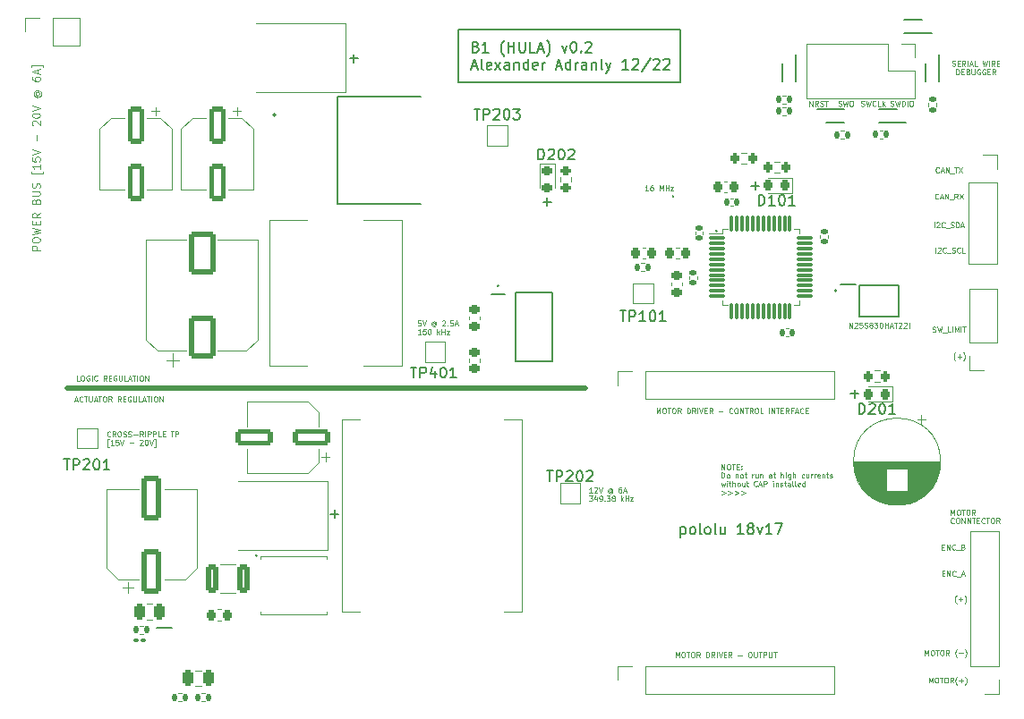
<source format=gbr>
%TF.GenerationSoftware,KiCad,Pcbnew,(6.0.8)*%
%TF.CreationDate,2022-12-06T21:08:53-08:00*%
%TF.ProjectId,motor_controller,6d6f746f-725f-4636-9f6e-74726f6c6c65,B1 (HULA) v0.2*%
%TF.SameCoordinates,Original*%
%TF.FileFunction,Legend,Top*%
%TF.FilePolarity,Positive*%
%FSLAX46Y46*%
G04 Gerber Fmt 4.6, Leading zero omitted, Abs format (unit mm)*
G04 Created by KiCad (PCBNEW (6.0.8)) date 2022-12-06 21:08:53*
%MOMM*%
%LPD*%
G01*
G04 APERTURE LIST*
G04 Aperture macros list*
%AMRoundRect*
0 Rectangle with rounded corners*
0 $1 Rounding radius*
0 $2 $3 $4 $5 $6 $7 $8 $9 X,Y pos of 4 corners*
0 Add a 4 corners polygon primitive as box body*
4,1,4,$2,$3,$4,$5,$6,$7,$8,$9,$2,$3,0*
0 Add four circle primitives for the rounded corners*
1,1,$1+$1,$2,$3*
1,1,$1+$1,$4,$5*
1,1,$1+$1,$6,$7*
1,1,$1+$1,$8,$9*
0 Add four rect primitives between the rounded corners*
20,1,$1+$1,$2,$3,$4,$5,0*
20,1,$1+$1,$4,$5,$6,$7,0*
20,1,$1+$1,$6,$7,$8,$9,0*
20,1,$1+$1,$8,$9,$2,$3,0*%
G04 Aperture macros list end*
%ADD10C,0.150000*%
%ADD11C,0.500000*%
%ADD12C,0.125000*%
%ADD13C,0.200000*%
%ADD14C,0.120000*%
%ADD15C,0.100000*%
%ADD16R,1.250000X0.950000*%
%ADD17R,1.250000X3.200000*%
%ADD18RoundRect,0.225000X-0.225000X-0.250000X0.225000X-0.250000X0.225000X0.250000X-0.225000X0.250000X0*%
%ADD19R,1.500000X1.500000*%
%ADD20R,1.700000X1.700000*%
%ADD21O,1.700000X1.700000*%
%ADD22RoundRect,0.200000X-0.275000X0.200000X-0.275000X-0.200000X0.275000X-0.200000X0.275000X0.200000X0*%
%ADD23RoundRect,0.225000X0.225000X0.250000X-0.225000X0.250000X-0.225000X-0.250000X0.225000X-0.250000X0*%
%ADD24R,0.500000X1.100000*%
%ADD25R,1.300000X1.050000*%
%ADD26RoundRect,0.225000X-0.250000X0.225000X-0.250000X-0.225000X0.250000X-0.225000X0.250000X0.225000X0*%
%ADD27RoundRect,0.140000X-0.140000X-0.170000X0.140000X-0.170000X0.140000X0.170000X-0.140000X0.170000X0*%
%ADD28RoundRect,0.135000X0.135000X0.185000X-0.135000X0.185000X-0.135000X-0.185000X0.135000X-0.185000X0*%
%ADD29RoundRect,0.250000X0.312500X1.075000X-0.312500X1.075000X-0.312500X-1.075000X0.312500X-1.075000X0*%
%ADD30R,1.425000X0.450000*%
%ADD31R,1.880000X2.000000*%
%ADD32RoundRect,0.225000X0.250000X-0.225000X0.250000X0.225000X-0.250000X0.225000X-0.250000X-0.225000X0*%
%ADD33R,2.500000X3.300000*%
%ADD34RoundRect,0.100000X-0.130000X-0.100000X0.130000X-0.100000X0.130000X0.100000X-0.130000X0.100000X0*%
%ADD35RoundRect,0.140000X0.140000X0.170000X-0.140000X0.170000X-0.140000X-0.170000X0.140000X-0.170000X0*%
%ADD36R,1.016000X0.457200*%
%ADD37RoundRect,0.250000X1.000000X-1.750000X1.000000X1.750000X-1.000000X1.750000X-1.000000X-1.750000X0*%
%ADD38R,1.600000X1.600000*%
%ADD39C,1.600000*%
%ADD40R,1.450000X0.450000*%
%ADD41RoundRect,0.250000X0.700000X-1.825000X0.700000X1.825000X-0.700000X1.825000X-0.700000X-1.825000X0*%
%ADD42RoundRect,0.200000X0.200000X0.275000X-0.200000X0.275000X-0.200000X-0.275000X0.200000X-0.275000X0*%
%ADD43RoundRect,0.135000X0.185000X-0.135000X0.185000X0.135000X-0.185000X0.135000X-0.185000X-0.135000X0*%
%ADD44RoundRect,0.140000X-0.170000X0.140000X-0.170000X-0.140000X0.170000X-0.140000X0.170000X0.140000X0*%
%ADD45RoundRect,0.218750X0.218750X0.256250X-0.218750X0.256250X-0.218750X-0.256250X0.218750X-0.256250X0*%
%ADD46RoundRect,0.250000X1.500000X0.550000X-1.500000X0.550000X-1.500000X-0.550000X1.500000X-0.550000X0*%
%ADD47R,2.160000X1.020000*%
%ADD48R,6.990000X8.330000*%
%ADD49R,1.910000X1.235000*%
%ADD50RoundRect,0.135000X-0.135000X-0.185000X0.135000X-0.185000X0.135000X0.185000X-0.135000X0.185000X0*%
%ADD51RoundRect,0.250000X-0.550000X1.500000X-0.550000X-1.500000X0.550000X-1.500000X0.550000X1.500000X0*%
%ADD52R,1.100000X0.500000*%
%ADD53R,13.100000X4.600000*%
%ADD54R,13.050000X4.550000*%
%ADD55RoundRect,0.250000X-0.250000X-0.475000X0.250000X-0.475000X0.250000X0.475000X-0.250000X0.475000X0*%
%ADD56RoundRect,0.075000X-0.662500X-0.075000X0.662500X-0.075000X0.662500X0.075000X-0.662500X0.075000X0*%
%ADD57RoundRect,0.075000X-0.075000X-0.662500X0.075000X-0.662500X0.075000X0.662500X-0.075000X0.662500X0*%
%ADD58RoundRect,0.140000X0.170000X-0.140000X0.170000X0.140000X-0.170000X0.140000X-0.170000X-0.140000X0*%
%ADD59RoundRect,0.200000X-0.200000X-0.275000X0.200000X-0.275000X0.200000X0.275000X-0.200000X0.275000X0*%
%ADD60RoundRect,0.250000X0.250000X0.475000X-0.250000X0.475000X-0.250000X-0.475000X0.250000X-0.475000X0*%
%ADD61RoundRect,0.218750X-0.256250X0.218750X-0.256250X-0.218750X0.256250X-0.218750X0.256250X0.218750X0*%
%ADD62R,4.650000X3.450000*%
%ADD63R,4.750000X3.450000*%
G04 APERTURE END LIST*
D10*
X143470711Y-74050000D02*
G75*
G03*
X143470711Y-74050000I-70711J0D01*
G01*
X119000000Y-55000000D02*
X140000000Y-55000000D01*
X140000000Y-55000000D02*
X140000000Y-60000000D01*
X140000000Y-60000000D02*
X119000000Y-60000000D01*
X119000000Y-60000000D02*
X119000000Y-55000000D01*
X99970711Y-104800000D02*
G75*
G03*
X99970711Y-104800000I-70711J0D01*
G01*
X122820711Y-79250000D02*
G75*
G03*
X122820711Y-79250000I-70711J0D01*
G01*
D11*
X82000000Y-88900000D02*
X131000000Y-88900000D01*
D10*
X154770711Y-79700000D02*
G75*
G03*
X154770711Y-79700000I-70711J0D01*
G01*
D12*
X164740476Y-103964285D02*
X164907142Y-103964285D01*
X164978571Y-104226190D02*
X164740476Y-104226190D01*
X164740476Y-103726190D01*
X164978571Y-103726190D01*
X165192857Y-104226190D02*
X165192857Y-103726190D01*
X165478571Y-104226190D01*
X165478571Y-103726190D01*
X166002380Y-104178571D02*
X165978571Y-104202380D01*
X165907142Y-104226190D01*
X165859523Y-104226190D01*
X165788095Y-104202380D01*
X165740476Y-104154761D01*
X165716666Y-104107142D01*
X165692857Y-104011904D01*
X165692857Y-103940476D01*
X165716666Y-103845238D01*
X165740476Y-103797619D01*
X165788095Y-103750000D01*
X165859523Y-103726190D01*
X165907142Y-103726190D01*
X165978571Y-103750000D01*
X166002380Y-103773809D01*
X166097619Y-104273809D02*
X166478571Y-104273809D01*
X166764285Y-103964285D02*
X166835714Y-103988095D01*
X166859523Y-104011904D01*
X166883333Y-104059523D01*
X166883333Y-104130952D01*
X166859523Y-104178571D01*
X166835714Y-104202380D01*
X166788095Y-104226190D01*
X166597619Y-104226190D01*
X166597619Y-103726190D01*
X166764285Y-103726190D01*
X166811904Y-103750000D01*
X166835714Y-103773809D01*
X166859523Y-103821428D01*
X166859523Y-103869047D01*
X166835714Y-103916666D01*
X166811904Y-103940476D01*
X166764285Y-103964285D01*
X166597619Y-103964285D01*
X164019047Y-73726190D02*
X164019047Y-73226190D01*
X164233333Y-73273809D02*
X164257142Y-73250000D01*
X164304761Y-73226190D01*
X164423809Y-73226190D01*
X164471428Y-73250000D01*
X164495238Y-73273809D01*
X164519047Y-73321428D01*
X164519047Y-73369047D01*
X164495238Y-73440476D01*
X164209523Y-73726190D01*
X164519047Y-73726190D01*
X165019047Y-73678571D02*
X164995238Y-73702380D01*
X164923809Y-73726190D01*
X164876190Y-73726190D01*
X164804761Y-73702380D01*
X164757142Y-73654761D01*
X164733333Y-73607142D01*
X164709523Y-73511904D01*
X164709523Y-73440476D01*
X164733333Y-73345238D01*
X164757142Y-73297619D01*
X164804761Y-73250000D01*
X164876190Y-73226190D01*
X164923809Y-73226190D01*
X164995238Y-73250000D01*
X165019047Y-73273809D01*
X165114285Y-73773809D02*
X165495238Y-73773809D01*
X165590476Y-73702380D02*
X165661904Y-73726190D01*
X165780952Y-73726190D01*
X165828571Y-73702380D01*
X165852380Y-73678571D01*
X165876190Y-73630952D01*
X165876190Y-73583333D01*
X165852380Y-73535714D01*
X165828571Y-73511904D01*
X165780952Y-73488095D01*
X165685714Y-73464285D01*
X165638095Y-73440476D01*
X165614285Y-73416666D01*
X165590476Y-73369047D01*
X165590476Y-73321428D01*
X165614285Y-73273809D01*
X165638095Y-73250000D01*
X165685714Y-73226190D01*
X165804761Y-73226190D01*
X165876190Y-73250000D01*
X166090476Y-73726190D02*
X166090476Y-73226190D01*
X166209523Y-73226190D01*
X166280952Y-73250000D01*
X166328571Y-73297619D01*
X166352380Y-73345238D01*
X166376190Y-73440476D01*
X166376190Y-73511904D01*
X166352380Y-73607142D01*
X166328571Y-73654761D01*
X166280952Y-73702380D01*
X166209523Y-73726190D01*
X166090476Y-73726190D01*
X166566666Y-73583333D02*
X166804761Y-73583333D01*
X166519047Y-73726190D02*
X166685714Y-73226190D01*
X166852380Y-73726190D01*
X143900297Y-96618690D02*
X143900297Y-96118690D01*
X144186011Y-96618690D01*
X144186011Y-96118690D01*
X144519345Y-96118690D02*
X144614583Y-96118690D01*
X144662202Y-96142500D01*
X144709821Y-96190119D01*
X144733630Y-96285357D01*
X144733630Y-96452023D01*
X144709821Y-96547261D01*
X144662202Y-96594880D01*
X144614583Y-96618690D01*
X144519345Y-96618690D01*
X144471726Y-96594880D01*
X144424107Y-96547261D01*
X144400297Y-96452023D01*
X144400297Y-96285357D01*
X144424107Y-96190119D01*
X144471726Y-96142500D01*
X144519345Y-96118690D01*
X144876488Y-96118690D02*
X145162202Y-96118690D01*
X145019345Y-96618690D02*
X145019345Y-96118690D01*
X145328869Y-96356785D02*
X145495535Y-96356785D01*
X145566964Y-96618690D02*
X145328869Y-96618690D01*
X145328869Y-96118690D01*
X145566964Y-96118690D01*
X145781250Y-96571071D02*
X145805059Y-96594880D01*
X145781250Y-96618690D01*
X145757440Y-96594880D01*
X145781250Y-96571071D01*
X145781250Y-96618690D01*
X145781250Y-96309166D02*
X145805059Y-96332976D01*
X145781250Y-96356785D01*
X145757440Y-96332976D01*
X145781250Y-96309166D01*
X145781250Y-96356785D01*
X143900297Y-97423690D02*
X143900297Y-96923690D01*
X144019345Y-96923690D01*
X144090773Y-96947500D01*
X144138392Y-96995119D01*
X144162202Y-97042738D01*
X144186011Y-97137976D01*
X144186011Y-97209404D01*
X144162202Y-97304642D01*
X144138392Y-97352261D01*
X144090773Y-97399880D01*
X144019345Y-97423690D01*
X143900297Y-97423690D01*
X144471726Y-97423690D02*
X144424107Y-97399880D01*
X144400297Y-97376071D01*
X144376488Y-97328452D01*
X144376488Y-97185595D01*
X144400297Y-97137976D01*
X144424107Y-97114166D01*
X144471726Y-97090357D01*
X144543154Y-97090357D01*
X144590773Y-97114166D01*
X144614583Y-97137976D01*
X144638392Y-97185595D01*
X144638392Y-97328452D01*
X144614583Y-97376071D01*
X144590773Y-97399880D01*
X144543154Y-97423690D01*
X144471726Y-97423690D01*
X145233630Y-97090357D02*
X145233630Y-97423690D01*
X145233630Y-97137976D02*
X145257440Y-97114166D01*
X145305059Y-97090357D01*
X145376488Y-97090357D01*
X145424107Y-97114166D01*
X145447916Y-97161785D01*
X145447916Y-97423690D01*
X145757440Y-97423690D02*
X145709821Y-97399880D01*
X145686011Y-97376071D01*
X145662202Y-97328452D01*
X145662202Y-97185595D01*
X145686011Y-97137976D01*
X145709821Y-97114166D01*
X145757440Y-97090357D01*
X145828869Y-97090357D01*
X145876488Y-97114166D01*
X145900297Y-97137976D01*
X145924107Y-97185595D01*
X145924107Y-97328452D01*
X145900297Y-97376071D01*
X145876488Y-97399880D01*
X145828869Y-97423690D01*
X145757440Y-97423690D01*
X146066964Y-97090357D02*
X146257440Y-97090357D01*
X146138392Y-96923690D02*
X146138392Y-97352261D01*
X146162202Y-97399880D01*
X146209821Y-97423690D01*
X146257440Y-97423690D01*
X146805059Y-97423690D02*
X146805059Y-97090357D01*
X146805059Y-97185595D02*
X146828869Y-97137976D01*
X146852678Y-97114166D01*
X146900297Y-97090357D01*
X146947916Y-97090357D01*
X147328869Y-97090357D02*
X147328869Y-97423690D01*
X147114583Y-97090357D02*
X147114583Y-97352261D01*
X147138392Y-97399880D01*
X147186011Y-97423690D01*
X147257440Y-97423690D01*
X147305059Y-97399880D01*
X147328869Y-97376071D01*
X147566964Y-97090357D02*
X147566964Y-97423690D01*
X147566964Y-97137976D02*
X147590773Y-97114166D01*
X147638392Y-97090357D01*
X147709821Y-97090357D01*
X147757440Y-97114166D01*
X147781250Y-97161785D01*
X147781250Y-97423690D01*
X148614583Y-97423690D02*
X148614583Y-97161785D01*
X148590773Y-97114166D01*
X148543154Y-97090357D01*
X148447916Y-97090357D01*
X148400297Y-97114166D01*
X148614583Y-97399880D02*
X148566964Y-97423690D01*
X148447916Y-97423690D01*
X148400297Y-97399880D01*
X148376488Y-97352261D01*
X148376488Y-97304642D01*
X148400297Y-97257023D01*
X148447916Y-97233214D01*
X148566964Y-97233214D01*
X148614583Y-97209404D01*
X148781250Y-97090357D02*
X148971726Y-97090357D01*
X148852678Y-96923690D02*
X148852678Y-97352261D01*
X148876488Y-97399880D01*
X148924107Y-97423690D01*
X148971726Y-97423690D01*
X149519345Y-97423690D02*
X149519345Y-96923690D01*
X149733630Y-97423690D02*
X149733630Y-97161785D01*
X149709821Y-97114166D01*
X149662202Y-97090357D01*
X149590773Y-97090357D01*
X149543154Y-97114166D01*
X149519345Y-97137976D01*
X149971726Y-97423690D02*
X149971726Y-97090357D01*
X149971726Y-96923690D02*
X149947916Y-96947500D01*
X149971726Y-96971309D01*
X149995535Y-96947500D01*
X149971726Y-96923690D01*
X149971726Y-96971309D01*
X150424107Y-97090357D02*
X150424107Y-97495119D01*
X150400297Y-97542738D01*
X150376488Y-97566547D01*
X150328869Y-97590357D01*
X150257440Y-97590357D01*
X150209821Y-97566547D01*
X150424107Y-97399880D02*
X150376488Y-97423690D01*
X150281250Y-97423690D01*
X150233630Y-97399880D01*
X150209821Y-97376071D01*
X150186011Y-97328452D01*
X150186011Y-97185595D01*
X150209821Y-97137976D01*
X150233630Y-97114166D01*
X150281250Y-97090357D01*
X150376488Y-97090357D01*
X150424107Y-97114166D01*
X150662202Y-97423690D02*
X150662202Y-96923690D01*
X150876488Y-97423690D02*
X150876488Y-97161785D01*
X150852678Y-97114166D01*
X150805059Y-97090357D01*
X150733630Y-97090357D01*
X150686011Y-97114166D01*
X150662202Y-97137976D01*
X151709821Y-97399880D02*
X151662202Y-97423690D01*
X151566964Y-97423690D01*
X151519345Y-97399880D01*
X151495535Y-97376071D01*
X151471726Y-97328452D01*
X151471726Y-97185595D01*
X151495535Y-97137976D01*
X151519345Y-97114166D01*
X151566964Y-97090357D01*
X151662202Y-97090357D01*
X151709821Y-97114166D01*
X152138392Y-97090357D02*
X152138392Y-97423690D01*
X151924107Y-97090357D02*
X151924107Y-97352261D01*
X151947916Y-97399880D01*
X151995535Y-97423690D01*
X152066964Y-97423690D01*
X152114583Y-97399880D01*
X152138392Y-97376071D01*
X152376488Y-97423690D02*
X152376488Y-97090357D01*
X152376488Y-97185595D02*
X152400297Y-97137976D01*
X152424107Y-97114166D01*
X152471726Y-97090357D01*
X152519345Y-97090357D01*
X152686011Y-97423690D02*
X152686011Y-97090357D01*
X152686011Y-97185595D02*
X152709821Y-97137976D01*
X152733630Y-97114166D01*
X152781250Y-97090357D01*
X152828869Y-97090357D01*
X153186011Y-97399880D02*
X153138392Y-97423690D01*
X153043154Y-97423690D01*
X152995535Y-97399880D01*
X152971726Y-97352261D01*
X152971726Y-97161785D01*
X152995535Y-97114166D01*
X153043154Y-97090357D01*
X153138392Y-97090357D01*
X153186011Y-97114166D01*
X153209821Y-97161785D01*
X153209821Y-97209404D01*
X152971726Y-97257023D01*
X153424107Y-97090357D02*
X153424107Y-97423690D01*
X153424107Y-97137976D02*
X153447916Y-97114166D01*
X153495535Y-97090357D01*
X153566964Y-97090357D01*
X153614583Y-97114166D01*
X153638392Y-97161785D01*
X153638392Y-97423690D01*
X153805059Y-97090357D02*
X153995535Y-97090357D01*
X153876488Y-96923690D02*
X153876488Y-97352261D01*
X153900297Y-97399880D01*
X153947916Y-97423690D01*
X153995535Y-97423690D01*
X154138392Y-97399880D02*
X154186011Y-97423690D01*
X154281250Y-97423690D01*
X154328869Y-97399880D01*
X154352678Y-97352261D01*
X154352678Y-97328452D01*
X154328869Y-97280833D01*
X154281250Y-97257023D01*
X154209821Y-97257023D01*
X154162202Y-97233214D01*
X154138392Y-97185595D01*
X154138392Y-97161785D01*
X154162202Y-97114166D01*
X154209821Y-97090357D01*
X154281250Y-97090357D01*
X154328869Y-97114166D01*
X143852678Y-97895357D02*
X143947916Y-98228690D01*
X144043154Y-97990595D01*
X144138392Y-98228690D01*
X144233630Y-97895357D01*
X144424107Y-98228690D02*
X144424107Y-97895357D01*
X144424107Y-97728690D02*
X144400297Y-97752500D01*
X144424107Y-97776309D01*
X144447916Y-97752500D01*
X144424107Y-97728690D01*
X144424107Y-97776309D01*
X144590773Y-97895357D02*
X144781250Y-97895357D01*
X144662202Y-97728690D02*
X144662202Y-98157261D01*
X144686011Y-98204880D01*
X144733630Y-98228690D01*
X144781250Y-98228690D01*
X144947916Y-98228690D02*
X144947916Y-97728690D01*
X145162202Y-98228690D02*
X145162202Y-97966785D01*
X145138392Y-97919166D01*
X145090773Y-97895357D01*
X145019345Y-97895357D01*
X144971726Y-97919166D01*
X144947916Y-97942976D01*
X145471726Y-98228690D02*
X145424107Y-98204880D01*
X145400297Y-98181071D01*
X145376488Y-98133452D01*
X145376488Y-97990595D01*
X145400297Y-97942976D01*
X145424107Y-97919166D01*
X145471726Y-97895357D01*
X145543154Y-97895357D01*
X145590773Y-97919166D01*
X145614583Y-97942976D01*
X145638392Y-97990595D01*
X145638392Y-98133452D01*
X145614583Y-98181071D01*
X145590773Y-98204880D01*
X145543154Y-98228690D01*
X145471726Y-98228690D01*
X146066964Y-97895357D02*
X146066964Y-98228690D01*
X145852678Y-97895357D02*
X145852678Y-98157261D01*
X145876488Y-98204880D01*
X145924107Y-98228690D01*
X145995535Y-98228690D01*
X146043154Y-98204880D01*
X146066964Y-98181071D01*
X146233630Y-97895357D02*
X146424107Y-97895357D01*
X146305059Y-97728690D02*
X146305059Y-98157261D01*
X146328869Y-98204880D01*
X146376488Y-98228690D01*
X146424107Y-98228690D01*
X147257440Y-98181071D02*
X147233630Y-98204880D01*
X147162202Y-98228690D01*
X147114583Y-98228690D01*
X147043154Y-98204880D01*
X146995535Y-98157261D01*
X146971726Y-98109642D01*
X146947916Y-98014404D01*
X146947916Y-97942976D01*
X146971726Y-97847738D01*
X146995535Y-97800119D01*
X147043154Y-97752500D01*
X147114583Y-97728690D01*
X147162202Y-97728690D01*
X147233630Y-97752500D01*
X147257440Y-97776309D01*
X147447916Y-98085833D02*
X147686011Y-98085833D01*
X147400297Y-98228690D02*
X147566964Y-97728690D01*
X147733630Y-98228690D01*
X147900297Y-98228690D02*
X147900297Y-97728690D01*
X148090773Y-97728690D01*
X148138392Y-97752500D01*
X148162202Y-97776309D01*
X148186011Y-97823928D01*
X148186011Y-97895357D01*
X148162202Y-97942976D01*
X148138392Y-97966785D01*
X148090773Y-97990595D01*
X147900297Y-97990595D01*
X148781250Y-98228690D02*
X148781250Y-97895357D01*
X148781250Y-97728690D02*
X148757440Y-97752500D01*
X148781250Y-97776309D01*
X148805059Y-97752500D01*
X148781250Y-97728690D01*
X148781250Y-97776309D01*
X149019345Y-97895357D02*
X149019345Y-98228690D01*
X149019345Y-97942976D02*
X149043154Y-97919166D01*
X149090773Y-97895357D01*
X149162202Y-97895357D01*
X149209821Y-97919166D01*
X149233630Y-97966785D01*
X149233630Y-98228690D01*
X149447916Y-98204880D02*
X149495535Y-98228690D01*
X149590773Y-98228690D01*
X149638392Y-98204880D01*
X149662202Y-98157261D01*
X149662202Y-98133452D01*
X149638392Y-98085833D01*
X149590773Y-98062023D01*
X149519345Y-98062023D01*
X149471726Y-98038214D01*
X149447916Y-97990595D01*
X149447916Y-97966785D01*
X149471726Y-97919166D01*
X149519345Y-97895357D01*
X149590773Y-97895357D01*
X149638392Y-97919166D01*
X149805059Y-97895357D02*
X149995535Y-97895357D01*
X149876488Y-97728690D02*
X149876488Y-98157261D01*
X149900297Y-98204880D01*
X149947916Y-98228690D01*
X149995535Y-98228690D01*
X150376488Y-98228690D02*
X150376488Y-97966785D01*
X150352678Y-97919166D01*
X150305059Y-97895357D01*
X150209821Y-97895357D01*
X150162202Y-97919166D01*
X150376488Y-98204880D02*
X150328869Y-98228690D01*
X150209821Y-98228690D01*
X150162202Y-98204880D01*
X150138392Y-98157261D01*
X150138392Y-98109642D01*
X150162202Y-98062023D01*
X150209821Y-98038214D01*
X150328869Y-98038214D01*
X150376488Y-98014404D01*
X150686011Y-98228690D02*
X150638392Y-98204880D01*
X150614583Y-98157261D01*
X150614583Y-97728690D01*
X150947916Y-98228690D02*
X150900297Y-98204880D01*
X150876488Y-98157261D01*
X150876488Y-97728690D01*
X151328869Y-98204880D02*
X151281250Y-98228690D01*
X151186011Y-98228690D01*
X151138392Y-98204880D01*
X151114583Y-98157261D01*
X151114583Y-97966785D01*
X151138392Y-97919166D01*
X151186011Y-97895357D01*
X151281250Y-97895357D01*
X151328869Y-97919166D01*
X151352678Y-97966785D01*
X151352678Y-98014404D01*
X151114583Y-98062023D01*
X151781250Y-98228690D02*
X151781250Y-97728690D01*
X151781250Y-98204880D02*
X151733630Y-98228690D01*
X151638392Y-98228690D01*
X151590773Y-98204880D01*
X151566964Y-98181071D01*
X151543154Y-98133452D01*
X151543154Y-97990595D01*
X151566964Y-97942976D01*
X151590773Y-97919166D01*
X151638392Y-97895357D01*
X151733630Y-97895357D01*
X151781250Y-97919166D01*
X143900297Y-98700357D02*
X144281250Y-98843214D01*
X143900297Y-98986071D01*
X144519345Y-98700357D02*
X144900297Y-98843214D01*
X144519345Y-98986071D01*
X145138392Y-98700357D02*
X145519345Y-98843214D01*
X145138392Y-98986071D01*
X145757440Y-98700357D02*
X146138392Y-98843214D01*
X145757440Y-98986071D01*
X131662202Y-98823690D02*
X131376488Y-98823690D01*
X131519345Y-98823690D02*
X131519345Y-98323690D01*
X131471726Y-98395119D01*
X131424107Y-98442738D01*
X131376488Y-98466547D01*
X131852678Y-98371309D02*
X131876488Y-98347500D01*
X131924107Y-98323690D01*
X132043154Y-98323690D01*
X132090773Y-98347500D01*
X132114583Y-98371309D01*
X132138392Y-98418928D01*
X132138392Y-98466547D01*
X132114583Y-98537976D01*
X131828869Y-98823690D01*
X132138392Y-98823690D01*
X132281250Y-98323690D02*
X132447916Y-98823690D01*
X132614583Y-98323690D01*
X133471726Y-98585595D02*
X133447916Y-98561785D01*
X133400297Y-98537976D01*
X133352678Y-98537976D01*
X133305059Y-98561785D01*
X133281250Y-98585595D01*
X133257440Y-98633214D01*
X133257440Y-98680833D01*
X133281250Y-98728452D01*
X133305059Y-98752261D01*
X133352678Y-98776071D01*
X133400297Y-98776071D01*
X133447916Y-98752261D01*
X133471726Y-98728452D01*
X133471726Y-98537976D02*
X133471726Y-98728452D01*
X133495535Y-98752261D01*
X133519345Y-98752261D01*
X133566964Y-98728452D01*
X133590773Y-98680833D01*
X133590773Y-98561785D01*
X133543154Y-98490357D01*
X133471726Y-98442738D01*
X133376488Y-98418928D01*
X133281250Y-98442738D01*
X133209821Y-98490357D01*
X133162202Y-98561785D01*
X133138392Y-98657023D01*
X133162202Y-98752261D01*
X133209821Y-98823690D01*
X133281250Y-98871309D01*
X133376488Y-98895119D01*
X133471726Y-98871309D01*
X133543154Y-98823690D01*
X134400297Y-98323690D02*
X134305059Y-98323690D01*
X134257440Y-98347500D01*
X134233630Y-98371309D01*
X134186011Y-98442738D01*
X134162202Y-98537976D01*
X134162202Y-98728452D01*
X134186011Y-98776071D01*
X134209821Y-98799880D01*
X134257440Y-98823690D01*
X134352678Y-98823690D01*
X134400297Y-98799880D01*
X134424107Y-98776071D01*
X134447916Y-98728452D01*
X134447916Y-98609404D01*
X134424107Y-98561785D01*
X134400297Y-98537976D01*
X134352678Y-98514166D01*
X134257440Y-98514166D01*
X134209821Y-98537976D01*
X134186011Y-98561785D01*
X134162202Y-98609404D01*
X134638392Y-98680833D02*
X134876488Y-98680833D01*
X134590773Y-98823690D02*
X134757440Y-98323690D01*
X134924107Y-98823690D01*
X131352678Y-99128690D02*
X131662202Y-99128690D01*
X131495535Y-99319166D01*
X131566964Y-99319166D01*
X131614583Y-99342976D01*
X131638392Y-99366785D01*
X131662202Y-99414404D01*
X131662202Y-99533452D01*
X131638392Y-99581071D01*
X131614583Y-99604880D01*
X131566964Y-99628690D01*
X131424107Y-99628690D01*
X131376488Y-99604880D01*
X131352678Y-99581071D01*
X132090773Y-99295357D02*
X132090773Y-99628690D01*
X131971726Y-99104880D02*
X131852678Y-99462023D01*
X132162202Y-99462023D01*
X132376488Y-99628690D02*
X132471726Y-99628690D01*
X132519345Y-99604880D01*
X132543154Y-99581071D01*
X132590773Y-99509642D01*
X132614583Y-99414404D01*
X132614583Y-99223928D01*
X132590773Y-99176309D01*
X132566964Y-99152500D01*
X132519345Y-99128690D01*
X132424107Y-99128690D01*
X132376488Y-99152500D01*
X132352678Y-99176309D01*
X132328869Y-99223928D01*
X132328869Y-99342976D01*
X132352678Y-99390595D01*
X132376488Y-99414404D01*
X132424107Y-99438214D01*
X132519345Y-99438214D01*
X132566964Y-99414404D01*
X132590773Y-99390595D01*
X132614583Y-99342976D01*
X132828869Y-99581071D02*
X132852678Y-99604880D01*
X132828869Y-99628690D01*
X132805059Y-99604880D01*
X132828869Y-99581071D01*
X132828869Y-99628690D01*
X133019345Y-99128690D02*
X133328869Y-99128690D01*
X133162202Y-99319166D01*
X133233630Y-99319166D01*
X133281250Y-99342976D01*
X133305059Y-99366785D01*
X133328869Y-99414404D01*
X133328869Y-99533452D01*
X133305059Y-99581071D01*
X133281250Y-99604880D01*
X133233630Y-99628690D01*
X133090773Y-99628690D01*
X133043154Y-99604880D01*
X133019345Y-99581071D01*
X133614583Y-99342976D02*
X133566964Y-99319166D01*
X133543154Y-99295357D01*
X133519345Y-99247738D01*
X133519345Y-99223928D01*
X133543154Y-99176309D01*
X133566964Y-99152500D01*
X133614583Y-99128690D01*
X133709821Y-99128690D01*
X133757440Y-99152500D01*
X133781250Y-99176309D01*
X133805059Y-99223928D01*
X133805059Y-99247738D01*
X133781250Y-99295357D01*
X133757440Y-99319166D01*
X133709821Y-99342976D01*
X133614583Y-99342976D01*
X133566964Y-99366785D01*
X133543154Y-99390595D01*
X133519345Y-99438214D01*
X133519345Y-99533452D01*
X133543154Y-99581071D01*
X133566964Y-99604880D01*
X133614583Y-99628690D01*
X133709821Y-99628690D01*
X133757440Y-99604880D01*
X133781250Y-99581071D01*
X133805059Y-99533452D01*
X133805059Y-99438214D01*
X133781250Y-99390595D01*
X133757440Y-99366785D01*
X133709821Y-99342976D01*
X134400297Y-99628690D02*
X134400297Y-99128690D01*
X134447916Y-99438214D02*
X134590773Y-99628690D01*
X134590773Y-99295357D02*
X134400297Y-99485833D01*
X134805059Y-99628690D02*
X134805059Y-99128690D01*
X134805059Y-99366785D02*
X135090773Y-99366785D01*
X135090773Y-99628690D02*
X135090773Y-99128690D01*
X135281250Y-99295357D02*
X135543154Y-99295357D01*
X135281250Y-99628690D01*
X135543154Y-99628690D01*
X164130952Y-76126190D02*
X164130952Y-75626190D01*
X164345238Y-75673809D02*
X164369047Y-75650000D01*
X164416666Y-75626190D01*
X164535714Y-75626190D01*
X164583333Y-75650000D01*
X164607142Y-75673809D01*
X164630952Y-75721428D01*
X164630952Y-75769047D01*
X164607142Y-75840476D01*
X164321428Y-76126190D01*
X164630952Y-76126190D01*
X165130952Y-76078571D02*
X165107142Y-76102380D01*
X165035714Y-76126190D01*
X164988095Y-76126190D01*
X164916666Y-76102380D01*
X164869047Y-76054761D01*
X164845238Y-76007142D01*
X164821428Y-75911904D01*
X164821428Y-75840476D01*
X164845238Y-75745238D01*
X164869047Y-75697619D01*
X164916666Y-75650000D01*
X164988095Y-75626190D01*
X165035714Y-75626190D01*
X165107142Y-75650000D01*
X165130952Y-75673809D01*
X165226190Y-76173809D02*
X165607142Y-76173809D01*
X165702380Y-76102380D02*
X165773809Y-76126190D01*
X165892857Y-76126190D01*
X165940476Y-76102380D01*
X165964285Y-76078571D01*
X165988095Y-76030952D01*
X165988095Y-75983333D01*
X165964285Y-75935714D01*
X165940476Y-75911904D01*
X165892857Y-75888095D01*
X165797619Y-75864285D01*
X165750000Y-75840476D01*
X165726190Y-75816666D01*
X165702380Y-75769047D01*
X165702380Y-75721428D01*
X165726190Y-75673809D01*
X165750000Y-75650000D01*
X165797619Y-75626190D01*
X165916666Y-75626190D01*
X165988095Y-75650000D01*
X166488095Y-76078571D02*
X166464285Y-76102380D01*
X166392857Y-76126190D01*
X166345238Y-76126190D01*
X166273809Y-76102380D01*
X166226190Y-76054761D01*
X166202380Y-76007142D01*
X166178571Y-75911904D01*
X166178571Y-75840476D01*
X166202380Y-75745238D01*
X166226190Y-75697619D01*
X166273809Y-75650000D01*
X166345238Y-75626190D01*
X166392857Y-75626190D01*
X166464285Y-75650000D01*
X166488095Y-75673809D01*
X166940476Y-76126190D02*
X166702380Y-76126190D01*
X166702380Y-75626190D01*
D10*
X127019047Y-71321428D02*
X127780952Y-71321428D01*
X127400000Y-71702380D02*
X127400000Y-70940476D01*
X108719047Y-57721428D02*
X109480952Y-57721428D01*
X109100000Y-58102380D02*
X109100000Y-57340476D01*
X106919047Y-100871428D02*
X107680952Y-100871428D01*
X107300000Y-101252380D02*
X107300000Y-100490476D01*
D12*
X164459523Y-68478571D02*
X164435714Y-68502380D01*
X164364285Y-68526190D01*
X164316666Y-68526190D01*
X164245238Y-68502380D01*
X164197619Y-68454761D01*
X164173809Y-68407142D01*
X164150000Y-68311904D01*
X164150000Y-68240476D01*
X164173809Y-68145238D01*
X164197619Y-68097619D01*
X164245238Y-68050000D01*
X164316666Y-68026190D01*
X164364285Y-68026190D01*
X164435714Y-68050000D01*
X164459523Y-68073809D01*
X164650000Y-68383333D02*
X164888095Y-68383333D01*
X164602380Y-68526190D02*
X164769047Y-68026190D01*
X164935714Y-68526190D01*
X165102380Y-68526190D02*
X165102380Y-68026190D01*
X165388095Y-68526190D01*
X165388095Y-68026190D01*
X165507142Y-68573809D02*
X165888095Y-68573809D01*
X165935714Y-68026190D02*
X166221428Y-68026190D01*
X166078571Y-68526190D02*
X166078571Y-68026190D01*
X166340476Y-68026190D02*
X166673809Y-68526190D01*
X166673809Y-68026190D02*
X166340476Y-68526190D01*
X166019047Y-86316666D02*
X165995238Y-86292857D01*
X165947619Y-86221428D01*
X165923809Y-86173809D01*
X165900000Y-86102380D01*
X165876190Y-85983333D01*
X165876190Y-85888095D01*
X165900000Y-85769047D01*
X165923809Y-85697619D01*
X165947619Y-85650000D01*
X165995238Y-85578571D01*
X166019047Y-85554761D01*
X166209523Y-85935714D02*
X166590476Y-85935714D01*
X166400000Y-86126190D02*
X166400000Y-85745238D01*
X166780952Y-86316666D02*
X166804761Y-86292857D01*
X166852380Y-86221428D01*
X166876190Y-86173809D01*
X166900000Y-86102380D01*
X166923809Y-85983333D01*
X166923809Y-85888095D01*
X166900000Y-85769047D01*
X166876190Y-85697619D01*
X166852380Y-85650000D01*
X166804761Y-85578571D01*
X166780952Y-85554761D01*
X164776190Y-106464285D02*
X164942857Y-106464285D01*
X165014285Y-106726190D02*
X164776190Y-106726190D01*
X164776190Y-106226190D01*
X165014285Y-106226190D01*
X165228571Y-106726190D02*
X165228571Y-106226190D01*
X165514285Y-106726190D01*
X165514285Y-106226190D01*
X166038095Y-106678571D02*
X166014285Y-106702380D01*
X165942857Y-106726190D01*
X165895238Y-106726190D01*
X165823809Y-106702380D01*
X165776190Y-106654761D01*
X165752380Y-106607142D01*
X165728571Y-106511904D01*
X165728571Y-106440476D01*
X165752380Y-106345238D01*
X165776190Y-106297619D01*
X165823809Y-106250000D01*
X165895238Y-106226190D01*
X165942857Y-106226190D01*
X166014285Y-106250000D01*
X166038095Y-106273809D01*
X166133333Y-106773809D02*
X166514285Y-106773809D01*
X166609523Y-106583333D02*
X166847619Y-106583333D01*
X166561904Y-106726190D02*
X166728571Y-106226190D01*
X166895238Y-106726190D01*
X152228571Y-62226190D02*
X152228571Y-61726190D01*
X152514285Y-62226190D01*
X152514285Y-61726190D01*
X153038095Y-62226190D02*
X152871428Y-61988095D01*
X152752380Y-62226190D02*
X152752380Y-61726190D01*
X152942857Y-61726190D01*
X152990476Y-61750000D01*
X153014285Y-61773809D01*
X153038095Y-61821428D01*
X153038095Y-61892857D01*
X153014285Y-61940476D01*
X152990476Y-61964285D01*
X152942857Y-61988095D01*
X152752380Y-61988095D01*
X153228571Y-62202380D02*
X153300000Y-62226190D01*
X153419047Y-62226190D01*
X153466666Y-62202380D01*
X153490476Y-62178571D01*
X153514285Y-62130952D01*
X153514285Y-62083333D01*
X153490476Y-62035714D01*
X153466666Y-62011904D01*
X153419047Y-61988095D01*
X153323809Y-61964285D01*
X153276190Y-61940476D01*
X153252380Y-61916666D01*
X153228571Y-61869047D01*
X153228571Y-61821428D01*
X153252380Y-61773809D01*
X153276190Y-61750000D01*
X153323809Y-61726190D01*
X153442857Y-61726190D01*
X153514285Y-61750000D01*
X153657142Y-61726190D02*
X153942857Y-61726190D01*
X153800000Y-62226190D02*
X153800000Y-61726190D01*
X163864285Y-83602380D02*
X163935714Y-83626190D01*
X164054761Y-83626190D01*
X164102380Y-83602380D01*
X164126190Y-83578571D01*
X164150000Y-83530952D01*
X164150000Y-83483333D01*
X164126190Y-83435714D01*
X164102380Y-83411904D01*
X164054761Y-83388095D01*
X163959523Y-83364285D01*
X163911904Y-83340476D01*
X163888095Y-83316666D01*
X163864285Y-83269047D01*
X163864285Y-83221428D01*
X163888095Y-83173809D01*
X163911904Y-83150000D01*
X163959523Y-83126190D01*
X164078571Y-83126190D01*
X164150000Y-83150000D01*
X164316666Y-83126190D02*
X164435714Y-83626190D01*
X164530952Y-83269047D01*
X164626190Y-83626190D01*
X164745238Y-83126190D01*
X164816666Y-83673809D02*
X165197619Y-83673809D01*
X165554761Y-83626190D02*
X165316666Y-83626190D01*
X165316666Y-83126190D01*
X165721428Y-83626190D02*
X165721428Y-83126190D01*
X165959523Y-83626190D02*
X165959523Y-83126190D01*
X166126190Y-83483333D01*
X166292857Y-83126190D01*
X166292857Y-83626190D01*
X166530952Y-83626190D02*
X166530952Y-83126190D01*
X166697619Y-83126190D02*
X166983333Y-83126190D01*
X166840476Y-83626190D02*
X166840476Y-83126190D01*
D10*
X156119047Y-89471428D02*
X156880952Y-89471428D01*
X156500000Y-89852380D02*
X156500000Y-89090476D01*
D12*
X163526190Y-116826190D02*
X163526190Y-116326190D01*
X163692857Y-116683333D01*
X163859523Y-116326190D01*
X163859523Y-116826190D01*
X164192857Y-116326190D02*
X164288095Y-116326190D01*
X164335714Y-116350000D01*
X164383333Y-116397619D01*
X164407142Y-116492857D01*
X164407142Y-116659523D01*
X164383333Y-116754761D01*
X164335714Y-116802380D01*
X164288095Y-116826190D01*
X164192857Y-116826190D01*
X164145238Y-116802380D01*
X164097619Y-116754761D01*
X164073809Y-116659523D01*
X164073809Y-116492857D01*
X164097619Y-116397619D01*
X164145238Y-116350000D01*
X164192857Y-116326190D01*
X164550000Y-116326190D02*
X164835714Y-116326190D01*
X164692857Y-116826190D02*
X164692857Y-116326190D01*
X165097619Y-116326190D02*
X165192857Y-116326190D01*
X165240476Y-116350000D01*
X165288095Y-116397619D01*
X165311904Y-116492857D01*
X165311904Y-116659523D01*
X165288095Y-116754761D01*
X165240476Y-116802380D01*
X165192857Y-116826190D01*
X165097619Y-116826190D01*
X165050000Y-116802380D01*
X165002380Y-116754761D01*
X164978571Y-116659523D01*
X164978571Y-116492857D01*
X165002380Y-116397619D01*
X165050000Y-116350000D01*
X165097619Y-116326190D01*
X165811904Y-116826190D02*
X165645238Y-116588095D01*
X165526190Y-116826190D02*
X165526190Y-116326190D01*
X165716666Y-116326190D01*
X165764285Y-116350000D01*
X165788095Y-116373809D01*
X165811904Y-116421428D01*
X165811904Y-116492857D01*
X165788095Y-116540476D01*
X165764285Y-116564285D01*
X165716666Y-116588095D01*
X165526190Y-116588095D01*
X166169047Y-117016666D02*
X166145238Y-116992857D01*
X166097619Y-116921428D01*
X166073809Y-116873809D01*
X166050000Y-116802380D01*
X166026190Y-116683333D01*
X166026190Y-116588095D01*
X166050000Y-116469047D01*
X166073809Y-116397619D01*
X166097619Y-116350000D01*
X166145238Y-116278571D01*
X166169047Y-116254761D01*
X166359523Y-116635714D02*
X166740476Y-116635714D01*
X166550000Y-116826190D02*
X166550000Y-116445238D01*
X166930952Y-117016666D02*
X166954761Y-116992857D01*
X167002380Y-116921428D01*
X167026190Y-116873809D01*
X167050000Y-116802380D01*
X167073809Y-116683333D01*
X167073809Y-116588095D01*
X167050000Y-116469047D01*
X167026190Y-116397619D01*
X167002380Y-116350000D01*
X166954761Y-116278571D01*
X166930952Y-116254761D01*
X154959523Y-62202380D02*
X155030952Y-62226190D01*
X155150000Y-62226190D01*
X155197619Y-62202380D01*
X155221428Y-62178571D01*
X155245238Y-62130952D01*
X155245238Y-62083333D01*
X155221428Y-62035714D01*
X155197619Y-62011904D01*
X155150000Y-61988095D01*
X155054761Y-61964285D01*
X155007142Y-61940476D01*
X154983333Y-61916666D01*
X154959523Y-61869047D01*
X154959523Y-61821428D01*
X154983333Y-61773809D01*
X155007142Y-61750000D01*
X155054761Y-61726190D01*
X155173809Y-61726190D01*
X155245238Y-61750000D01*
X155411904Y-61726190D02*
X155530952Y-62226190D01*
X155626190Y-61869047D01*
X155721428Y-62226190D01*
X155840476Y-61726190D01*
X156126190Y-61726190D02*
X156221428Y-61726190D01*
X156269047Y-61750000D01*
X156316666Y-61797619D01*
X156340476Y-61892857D01*
X156340476Y-62059523D01*
X156316666Y-62154761D01*
X156269047Y-62202380D01*
X156221428Y-62226190D01*
X156126190Y-62226190D01*
X156078571Y-62202380D01*
X156030952Y-62154761D01*
X156007142Y-62059523D01*
X156007142Y-61892857D01*
X156030952Y-61797619D01*
X156078571Y-61750000D01*
X156126190Y-61726190D01*
X157119047Y-62202380D02*
X157190476Y-62226190D01*
X157309523Y-62226190D01*
X157357142Y-62202380D01*
X157380952Y-62178571D01*
X157404761Y-62130952D01*
X157404761Y-62083333D01*
X157380952Y-62035714D01*
X157357142Y-62011904D01*
X157309523Y-61988095D01*
X157214285Y-61964285D01*
X157166666Y-61940476D01*
X157142857Y-61916666D01*
X157119047Y-61869047D01*
X157119047Y-61821428D01*
X157142857Y-61773809D01*
X157166666Y-61750000D01*
X157214285Y-61726190D01*
X157333333Y-61726190D01*
X157404761Y-61750000D01*
X157571428Y-61726190D02*
X157690476Y-62226190D01*
X157785714Y-61869047D01*
X157880952Y-62226190D01*
X158000000Y-61726190D01*
X158476190Y-62178571D02*
X158452380Y-62202380D01*
X158380952Y-62226190D01*
X158333333Y-62226190D01*
X158261904Y-62202380D01*
X158214285Y-62154761D01*
X158190476Y-62107142D01*
X158166666Y-62011904D01*
X158166666Y-61940476D01*
X158190476Y-61845238D01*
X158214285Y-61797619D01*
X158261904Y-61750000D01*
X158333333Y-61726190D01*
X158380952Y-61726190D01*
X158452380Y-61750000D01*
X158476190Y-61773809D01*
X158928571Y-62226190D02*
X158690476Y-62226190D01*
X158690476Y-61726190D01*
X159095238Y-62226190D02*
X159095238Y-61726190D01*
X159380952Y-62226190D02*
X159166666Y-61940476D01*
X159380952Y-61726190D02*
X159095238Y-62011904D01*
D10*
X120668928Y-56623571D02*
X120811785Y-56671190D01*
X120859404Y-56718809D01*
X120907023Y-56814047D01*
X120907023Y-56956904D01*
X120859404Y-57052142D01*
X120811785Y-57099761D01*
X120716547Y-57147380D01*
X120335595Y-57147380D01*
X120335595Y-56147380D01*
X120668928Y-56147380D01*
X120764166Y-56195000D01*
X120811785Y-56242619D01*
X120859404Y-56337857D01*
X120859404Y-56433095D01*
X120811785Y-56528333D01*
X120764166Y-56575952D01*
X120668928Y-56623571D01*
X120335595Y-56623571D01*
X121859404Y-57147380D02*
X121287976Y-57147380D01*
X121573690Y-57147380D02*
X121573690Y-56147380D01*
X121478452Y-56290238D01*
X121383214Y-56385476D01*
X121287976Y-56433095D01*
X123335595Y-57528333D02*
X123287976Y-57480714D01*
X123192738Y-57337857D01*
X123145119Y-57242619D01*
X123097500Y-57099761D01*
X123049880Y-56861666D01*
X123049880Y-56671190D01*
X123097500Y-56433095D01*
X123145119Y-56290238D01*
X123192738Y-56195000D01*
X123287976Y-56052142D01*
X123335595Y-56004523D01*
X123716547Y-57147380D02*
X123716547Y-56147380D01*
X123716547Y-56623571D02*
X124287976Y-56623571D01*
X124287976Y-57147380D02*
X124287976Y-56147380D01*
X124764166Y-56147380D02*
X124764166Y-56956904D01*
X124811785Y-57052142D01*
X124859404Y-57099761D01*
X124954642Y-57147380D01*
X125145119Y-57147380D01*
X125240357Y-57099761D01*
X125287976Y-57052142D01*
X125335595Y-56956904D01*
X125335595Y-56147380D01*
X126287976Y-57147380D02*
X125811785Y-57147380D01*
X125811785Y-56147380D01*
X126573690Y-56861666D02*
X127049880Y-56861666D01*
X126478452Y-57147380D02*
X126811785Y-56147380D01*
X127145119Y-57147380D01*
X127383214Y-57528333D02*
X127430833Y-57480714D01*
X127526071Y-57337857D01*
X127573690Y-57242619D01*
X127621309Y-57099761D01*
X127668928Y-56861666D01*
X127668928Y-56671190D01*
X127621309Y-56433095D01*
X127573690Y-56290238D01*
X127526071Y-56195000D01*
X127430833Y-56052142D01*
X127383214Y-56004523D01*
X128811785Y-56480714D02*
X129049880Y-57147380D01*
X129287976Y-56480714D01*
X129859404Y-56147380D02*
X129954642Y-56147380D01*
X130049880Y-56195000D01*
X130097500Y-56242619D01*
X130145119Y-56337857D01*
X130192738Y-56528333D01*
X130192738Y-56766428D01*
X130145119Y-56956904D01*
X130097500Y-57052142D01*
X130049880Y-57099761D01*
X129954642Y-57147380D01*
X129859404Y-57147380D01*
X129764166Y-57099761D01*
X129716547Y-57052142D01*
X129668928Y-56956904D01*
X129621309Y-56766428D01*
X129621309Y-56528333D01*
X129668928Y-56337857D01*
X129716547Y-56242619D01*
X129764166Y-56195000D01*
X129859404Y-56147380D01*
X130621309Y-57052142D02*
X130668928Y-57099761D01*
X130621309Y-57147380D01*
X130573690Y-57099761D01*
X130621309Y-57052142D01*
X130621309Y-57147380D01*
X131049880Y-56242619D02*
X131097500Y-56195000D01*
X131192738Y-56147380D01*
X131430833Y-56147380D01*
X131526071Y-56195000D01*
X131573690Y-56242619D01*
X131621309Y-56337857D01*
X131621309Y-56433095D01*
X131573690Y-56575952D01*
X131002261Y-57147380D01*
X131621309Y-57147380D01*
X120287976Y-58471666D02*
X120764166Y-58471666D01*
X120192738Y-58757380D02*
X120526071Y-57757380D01*
X120859404Y-58757380D01*
X121335595Y-58757380D02*
X121240357Y-58709761D01*
X121192738Y-58614523D01*
X121192738Y-57757380D01*
X122097500Y-58709761D02*
X122002261Y-58757380D01*
X121811785Y-58757380D01*
X121716547Y-58709761D01*
X121668928Y-58614523D01*
X121668928Y-58233571D01*
X121716547Y-58138333D01*
X121811785Y-58090714D01*
X122002261Y-58090714D01*
X122097500Y-58138333D01*
X122145119Y-58233571D01*
X122145119Y-58328809D01*
X121668928Y-58424047D01*
X122478452Y-58757380D02*
X123002261Y-58090714D01*
X122478452Y-58090714D02*
X123002261Y-58757380D01*
X123811785Y-58757380D02*
X123811785Y-58233571D01*
X123764166Y-58138333D01*
X123668928Y-58090714D01*
X123478452Y-58090714D01*
X123383214Y-58138333D01*
X123811785Y-58709761D02*
X123716547Y-58757380D01*
X123478452Y-58757380D01*
X123383214Y-58709761D01*
X123335595Y-58614523D01*
X123335595Y-58519285D01*
X123383214Y-58424047D01*
X123478452Y-58376428D01*
X123716547Y-58376428D01*
X123811785Y-58328809D01*
X124287976Y-58090714D02*
X124287976Y-58757380D01*
X124287976Y-58185952D02*
X124335595Y-58138333D01*
X124430833Y-58090714D01*
X124573690Y-58090714D01*
X124668928Y-58138333D01*
X124716547Y-58233571D01*
X124716547Y-58757380D01*
X125621309Y-58757380D02*
X125621309Y-57757380D01*
X125621309Y-58709761D02*
X125526071Y-58757380D01*
X125335595Y-58757380D01*
X125240357Y-58709761D01*
X125192738Y-58662142D01*
X125145119Y-58566904D01*
X125145119Y-58281190D01*
X125192738Y-58185952D01*
X125240357Y-58138333D01*
X125335595Y-58090714D01*
X125526071Y-58090714D01*
X125621309Y-58138333D01*
X126478452Y-58709761D02*
X126383214Y-58757380D01*
X126192738Y-58757380D01*
X126097500Y-58709761D01*
X126049880Y-58614523D01*
X126049880Y-58233571D01*
X126097500Y-58138333D01*
X126192738Y-58090714D01*
X126383214Y-58090714D01*
X126478452Y-58138333D01*
X126526071Y-58233571D01*
X126526071Y-58328809D01*
X126049880Y-58424047D01*
X126954642Y-58757380D02*
X126954642Y-58090714D01*
X126954642Y-58281190D02*
X127002261Y-58185952D01*
X127049880Y-58138333D01*
X127145119Y-58090714D01*
X127240357Y-58090714D01*
X128287976Y-58471666D02*
X128764166Y-58471666D01*
X128192738Y-58757380D02*
X128526071Y-57757380D01*
X128859404Y-58757380D01*
X129621309Y-58757380D02*
X129621309Y-57757380D01*
X129621309Y-58709761D02*
X129526071Y-58757380D01*
X129335595Y-58757380D01*
X129240357Y-58709761D01*
X129192738Y-58662142D01*
X129145119Y-58566904D01*
X129145119Y-58281190D01*
X129192738Y-58185952D01*
X129240357Y-58138333D01*
X129335595Y-58090714D01*
X129526071Y-58090714D01*
X129621309Y-58138333D01*
X130097500Y-58757380D02*
X130097500Y-58090714D01*
X130097500Y-58281190D02*
X130145119Y-58185952D01*
X130192738Y-58138333D01*
X130287976Y-58090714D01*
X130383214Y-58090714D01*
X131145119Y-58757380D02*
X131145119Y-58233571D01*
X131097500Y-58138333D01*
X131002261Y-58090714D01*
X130811785Y-58090714D01*
X130716547Y-58138333D01*
X131145119Y-58709761D02*
X131049880Y-58757380D01*
X130811785Y-58757380D01*
X130716547Y-58709761D01*
X130668928Y-58614523D01*
X130668928Y-58519285D01*
X130716547Y-58424047D01*
X130811785Y-58376428D01*
X131049880Y-58376428D01*
X131145119Y-58328809D01*
X131621309Y-58090714D02*
X131621309Y-58757380D01*
X131621309Y-58185952D02*
X131668928Y-58138333D01*
X131764166Y-58090714D01*
X131907023Y-58090714D01*
X132002261Y-58138333D01*
X132049880Y-58233571D01*
X132049880Y-58757380D01*
X132668928Y-58757380D02*
X132573690Y-58709761D01*
X132526071Y-58614523D01*
X132526071Y-57757380D01*
X132954642Y-58090714D02*
X133192738Y-58757380D01*
X133430833Y-58090714D02*
X133192738Y-58757380D01*
X133097500Y-58995476D01*
X133049880Y-59043095D01*
X132954642Y-59090714D01*
X135097500Y-58757380D02*
X134526071Y-58757380D01*
X134811785Y-58757380D02*
X134811785Y-57757380D01*
X134716547Y-57900238D01*
X134621309Y-57995476D01*
X134526071Y-58043095D01*
X135478452Y-57852619D02*
X135526071Y-57805000D01*
X135621309Y-57757380D01*
X135859404Y-57757380D01*
X135954642Y-57805000D01*
X136002261Y-57852619D01*
X136049880Y-57947857D01*
X136049880Y-58043095D01*
X136002261Y-58185952D01*
X135430833Y-58757380D01*
X136049880Y-58757380D01*
X137192738Y-57709761D02*
X136335595Y-58995476D01*
X137478452Y-57852619D02*
X137526071Y-57805000D01*
X137621309Y-57757380D01*
X137859404Y-57757380D01*
X137954642Y-57805000D01*
X138002261Y-57852619D01*
X138049880Y-57947857D01*
X138049880Y-58043095D01*
X138002261Y-58185952D01*
X137430833Y-58757380D01*
X138049880Y-58757380D01*
X138430833Y-57852619D02*
X138478452Y-57805000D01*
X138573690Y-57757380D01*
X138811785Y-57757380D01*
X138907023Y-57805000D01*
X138954642Y-57852619D01*
X139002261Y-57947857D01*
X139002261Y-58043095D01*
X138954642Y-58185952D01*
X138383214Y-58757380D01*
X139002261Y-58757380D01*
D12*
X163135714Y-114226190D02*
X163135714Y-113726190D01*
X163302380Y-114083333D01*
X163469047Y-113726190D01*
X163469047Y-114226190D01*
X163802380Y-113726190D02*
X163897619Y-113726190D01*
X163945238Y-113750000D01*
X163992857Y-113797619D01*
X164016666Y-113892857D01*
X164016666Y-114059523D01*
X163992857Y-114154761D01*
X163945238Y-114202380D01*
X163897619Y-114226190D01*
X163802380Y-114226190D01*
X163754761Y-114202380D01*
X163707142Y-114154761D01*
X163683333Y-114059523D01*
X163683333Y-113892857D01*
X163707142Y-113797619D01*
X163754761Y-113750000D01*
X163802380Y-113726190D01*
X164159523Y-113726190D02*
X164445238Y-113726190D01*
X164302380Y-114226190D02*
X164302380Y-113726190D01*
X164707142Y-113726190D02*
X164802380Y-113726190D01*
X164850000Y-113750000D01*
X164897619Y-113797619D01*
X164921428Y-113892857D01*
X164921428Y-114059523D01*
X164897619Y-114154761D01*
X164850000Y-114202380D01*
X164802380Y-114226190D01*
X164707142Y-114226190D01*
X164659523Y-114202380D01*
X164611904Y-114154761D01*
X164588095Y-114059523D01*
X164588095Y-113892857D01*
X164611904Y-113797619D01*
X164659523Y-113750000D01*
X164707142Y-113726190D01*
X165421428Y-114226190D02*
X165254761Y-113988095D01*
X165135714Y-114226190D02*
X165135714Y-113726190D01*
X165326190Y-113726190D01*
X165373809Y-113750000D01*
X165397619Y-113773809D01*
X165421428Y-113821428D01*
X165421428Y-113892857D01*
X165397619Y-113940476D01*
X165373809Y-113964285D01*
X165326190Y-113988095D01*
X165135714Y-113988095D01*
X166159523Y-114416666D02*
X166135714Y-114392857D01*
X166088095Y-114321428D01*
X166064285Y-114273809D01*
X166040476Y-114202380D01*
X166016666Y-114083333D01*
X166016666Y-113988095D01*
X166040476Y-113869047D01*
X166064285Y-113797619D01*
X166088095Y-113750000D01*
X166135714Y-113678571D01*
X166159523Y-113654761D01*
X166350000Y-114035714D02*
X166730952Y-114035714D01*
X166921428Y-114416666D02*
X166945238Y-114392857D01*
X166992857Y-114321428D01*
X167016666Y-114273809D01*
X167040476Y-114202380D01*
X167064285Y-114083333D01*
X167064285Y-113988095D01*
X167040476Y-113869047D01*
X167016666Y-113797619D01*
X166992857Y-113750000D01*
X166945238Y-113678571D01*
X166921428Y-113654761D01*
X83145238Y-88226190D02*
X82907142Y-88226190D01*
X82907142Y-87726190D01*
X83407142Y-87726190D02*
X83502380Y-87726190D01*
X83550000Y-87750000D01*
X83597619Y-87797619D01*
X83621428Y-87892857D01*
X83621428Y-88059523D01*
X83597619Y-88154761D01*
X83550000Y-88202380D01*
X83502380Y-88226190D01*
X83407142Y-88226190D01*
X83359523Y-88202380D01*
X83311904Y-88154761D01*
X83288095Y-88059523D01*
X83288095Y-87892857D01*
X83311904Y-87797619D01*
X83359523Y-87750000D01*
X83407142Y-87726190D01*
X84097619Y-87750000D02*
X84050000Y-87726190D01*
X83978571Y-87726190D01*
X83907142Y-87750000D01*
X83859523Y-87797619D01*
X83835714Y-87845238D01*
X83811904Y-87940476D01*
X83811904Y-88011904D01*
X83835714Y-88107142D01*
X83859523Y-88154761D01*
X83907142Y-88202380D01*
X83978571Y-88226190D01*
X84026190Y-88226190D01*
X84097619Y-88202380D01*
X84121428Y-88178571D01*
X84121428Y-88011904D01*
X84026190Y-88011904D01*
X84335714Y-88226190D02*
X84335714Y-87726190D01*
X84859523Y-88178571D02*
X84835714Y-88202380D01*
X84764285Y-88226190D01*
X84716666Y-88226190D01*
X84645238Y-88202380D01*
X84597619Y-88154761D01*
X84573809Y-88107142D01*
X84550000Y-88011904D01*
X84550000Y-87940476D01*
X84573809Y-87845238D01*
X84597619Y-87797619D01*
X84645238Y-87750000D01*
X84716666Y-87726190D01*
X84764285Y-87726190D01*
X84835714Y-87750000D01*
X84859523Y-87773809D01*
X85740476Y-88226190D02*
X85573809Y-87988095D01*
X85454761Y-88226190D02*
X85454761Y-87726190D01*
X85645238Y-87726190D01*
X85692857Y-87750000D01*
X85716666Y-87773809D01*
X85740476Y-87821428D01*
X85740476Y-87892857D01*
X85716666Y-87940476D01*
X85692857Y-87964285D01*
X85645238Y-87988095D01*
X85454761Y-87988095D01*
X85954761Y-87964285D02*
X86121428Y-87964285D01*
X86192857Y-88226190D02*
X85954761Y-88226190D01*
X85954761Y-87726190D01*
X86192857Y-87726190D01*
X86669047Y-87750000D02*
X86621428Y-87726190D01*
X86550000Y-87726190D01*
X86478571Y-87750000D01*
X86430952Y-87797619D01*
X86407142Y-87845238D01*
X86383333Y-87940476D01*
X86383333Y-88011904D01*
X86407142Y-88107142D01*
X86430952Y-88154761D01*
X86478571Y-88202380D01*
X86550000Y-88226190D01*
X86597619Y-88226190D01*
X86669047Y-88202380D01*
X86692857Y-88178571D01*
X86692857Y-88011904D01*
X86597619Y-88011904D01*
X86907142Y-87726190D02*
X86907142Y-88130952D01*
X86930952Y-88178571D01*
X86954761Y-88202380D01*
X87002380Y-88226190D01*
X87097619Y-88226190D01*
X87145238Y-88202380D01*
X87169047Y-88178571D01*
X87192857Y-88130952D01*
X87192857Y-87726190D01*
X87669047Y-88226190D02*
X87430952Y-88226190D01*
X87430952Y-87726190D01*
X87811904Y-88083333D02*
X88050000Y-88083333D01*
X87764285Y-88226190D02*
X87930952Y-87726190D01*
X88097619Y-88226190D01*
X88192857Y-87726190D02*
X88478571Y-87726190D01*
X88335714Y-88226190D02*
X88335714Y-87726190D01*
X88645238Y-88226190D02*
X88645238Y-87726190D01*
X88978571Y-87726190D02*
X89073809Y-87726190D01*
X89121428Y-87750000D01*
X89169047Y-87797619D01*
X89192857Y-87892857D01*
X89192857Y-88059523D01*
X89169047Y-88154761D01*
X89121428Y-88202380D01*
X89073809Y-88226190D01*
X88978571Y-88226190D01*
X88930952Y-88202380D01*
X88883333Y-88154761D01*
X88859523Y-88059523D01*
X88859523Y-87892857D01*
X88883333Y-87797619D01*
X88930952Y-87750000D01*
X88978571Y-87726190D01*
X89407142Y-88226190D02*
X89407142Y-87726190D01*
X89692857Y-88226190D01*
X89692857Y-87726190D01*
X155966666Y-83226190D02*
X155966666Y-82726190D01*
X156252380Y-83226190D01*
X156252380Y-82726190D01*
X156466666Y-82773809D02*
X156490476Y-82750000D01*
X156538095Y-82726190D01*
X156657142Y-82726190D01*
X156704761Y-82750000D01*
X156728571Y-82773809D01*
X156752380Y-82821428D01*
X156752380Y-82869047D01*
X156728571Y-82940476D01*
X156442857Y-83226190D01*
X156752380Y-83226190D01*
X157204761Y-82726190D02*
X156966666Y-82726190D01*
X156942857Y-82964285D01*
X156966666Y-82940476D01*
X157014285Y-82916666D01*
X157133333Y-82916666D01*
X157180952Y-82940476D01*
X157204761Y-82964285D01*
X157228571Y-83011904D01*
X157228571Y-83130952D01*
X157204761Y-83178571D01*
X157180952Y-83202380D01*
X157133333Y-83226190D01*
X157014285Y-83226190D01*
X156966666Y-83202380D01*
X156942857Y-83178571D01*
X157419047Y-83202380D02*
X157490476Y-83226190D01*
X157609523Y-83226190D01*
X157657142Y-83202380D01*
X157680952Y-83178571D01*
X157704761Y-83130952D01*
X157704761Y-83083333D01*
X157680952Y-83035714D01*
X157657142Y-83011904D01*
X157609523Y-82988095D01*
X157514285Y-82964285D01*
X157466666Y-82940476D01*
X157442857Y-82916666D01*
X157419047Y-82869047D01*
X157419047Y-82821428D01*
X157442857Y-82773809D01*
X157466666Y-82750000D01*
X157514285Y-82726190D01*
X157633333Y-82726190D01*
X157704761Y-82750000D01*
X157990476Y-82940476D02*
X157942857Y-82916666D01*
X157919047Y-82892857D01*
X157895238Y-82845238D01*
X157895238Y-82821428D01*
X157919047Y-82773809D01*
X157942857Y-82750000D01*
X157990476Y-82726190D01*
X158085714Y-82726190D01*
X158133333Y-82750000D01*
X158157142Y-82773809D01*
X158180952Y-82821428D01*
X158180952Y-82845238D01*
X158157142Y-82892857D01*
X158133333Y-82916666D01*
X158085714Y-82940476D01*
X157990476Y-82940476D01*
X157942857Y-82964285D01*
X157919047Y-82988095D01*
X157895238Y-83035714D01*
X157895238Y-83130952D01*
X157919047Y-83178571D01*
X157942857Y-83202380D01*
X157990476Y-83226190D01*
X158085714Y-83226190D01*
X158133333Y-83202380D01*
X158157142Y-83178571D01*
X158180952Y-83130952D01*
X158180952Y-83035714D01*
X158157142Y-82988095D01*
X158133333Y-82964285D01*
X158085714Y-82940476D01*
X158347619Y-82726190D02*
X158657142Y-82726190D01*
X158490476Y-82916666D01*
X158561904Y-82916666D01*
X158609523Y-82940476D01*
X158633333Y-82964285D01*
X158657142Y-83011904D01*
X158657142Y-83130952D01*
X158633333Y-83178571D01*
X158609523Y-83202380D01*
X158561904Y-83226190D01*
X158419047Y-83226190D01*
X158371428Y-83202380D01*
X158347619Y-83178571D01*
X158966666Y-82726190D02*
X159014285Y-82726190D01*
X159061904Y-82750000D01*
X159085714Y-82773809D01*
X159109523Y-82821428D01*
X159133333Y-82916666D01*
X159133333Y-83035714D01*
X159109523Y-83130952D01*
X159085714Y-83178571D01*
X159061904Y-83202380D01*
X159014285Y-83226190D01*
X158966666Y-83226190D01*
X158919047Y-83202380D01*
X158895238Y-83178571D01*
X158871428Y-83130952D01*
X158847619Y-83035714D01*
X158847619Y-82916666D01*
X158871428Y-82821428D01*
X158895238Y-82773809D01*
X158919047Y-82750000D01*
X158966666Y-82726190D01*
X159347619Y-83226190D02*
X159347619Y-82726190D01*
X159347619Y-82964285D02*
X159633333Y-82964285D01*
X159633333Y-83226190D02*
X159633333Y-82726190D01*
X159847619Y-83083333D02*
X160085714Y-83083333D01*
X159800000Y-83226190D02*
X159966666Y-82726190D01*
X160133333Y-83226190D01*
X160228571Y-82726190D02*
X160514285Y-82726190D01*
X160371428Y-83226190D02*
X160371428Y-82726190D01*
X160657142Y-82773809D02*
X160680952Y-82750000D01*
X160728571Y-82726190D01*
X160847619Y-82726190D01*
X160895238Y-82750000D01*
X160919047Y-82773809D01*
X160942857Y-82821428D01*
X160942857Y-82869047D01*
X160919047Y-82940476D01*
X160633333Y-83226190D01*
X160942857Y-83226190D01*
X161133333Y-82773809D02*
X161157142Y-82750000D01*
X161204761Y-82726190D01*
X161323809Y-82726190D01*
X161371428Y-82750000D01*
X161395238Y-82773809D01*
X161419047Y-82821428D01*
X161419047Y-82869047D01*
X161395238Y-82940476D01*
X161109523Y-83226190D01*
X161419047Y-83226190D01*
X161633333Y-83226190D02*
X161633333Y-82726190D01*
X139561904Y-114426190D02*
X139561904Y-113926190D01*
X139728571Y-114283333D01*
X139895238Y-113926190D01*
X139895238Y-114426190D01*
X140228571Y-113926190D02*
X140323809Y-113926190D01*
X140371428Y-113950000D01*
X140419047Y-113997619D01*
X140442857Y-114092857D01*
X140442857Y-114259523D01*
X140419047Y-114354761D01*
X140371428Y-114402380D01*
X140323809Y-114426190D01*
X140228571Y-114426190D01*
X140180952Y-114402380D01*
X140133333Y-114354761D01*
X140109523Y-114259523D01*
X140109523Y-114092857D01*
X140133333Y-113997619D01*
X140180952Y-113950000D01*
X140228571Y-113926190D01*
X140585714Y-113926190D02*
X140871428Y-113926190D01*
X140728571Y-114426190D02*
X140728571Y-113926190D01*
X141133333Y-113926190D02*
X141228571Y-113926190D01*
X141276190Y-113950000D01*
X141323809Y-113997619D01*
X141347619Y-114092857D01*
X141347619Y-114259523D01*
X141323809Y-114354761D01*
X141276190Y-114402380D01*
X141228571Y-114426190D01*
X141133333Y-114426190D01*
X141085714Y-114402380D01*
X141038095Y-114354761D01*
X141014285Y-114259523D01*
X141014285Y-114092857D01*
X141038095Y-113997619D01*
X141085714Y-113950000D01*
X141133333Y-113926190D01*
X141847619Y-114426190D02*
X141680952Y-114188095D01*
X141561904Y-114426190D02*
X141561904Y-113926190D01*
X141752380Y-113926190D01*
X141800000Y-113950000D01*
X141823809Y-113973809D01*
X141847619Y-114021428D01*
X141847619Y-114092857D01*
X141823809Y-114140476D01*
X141800000Y-114164285D01*
X141752380Y-114188095D01*
X141561904Y-114188095D01*
X142442857Y-114426190D02*
X142442857Y-113926190D01*
X142561904Y-113926190D01*
X142633333Y-113950000D01*
X142680952Y-113997619D01*
X142704761Y-114045238D01*
X142728571Y-114140476D01*
X142728571Y-114211904D01*
X142704761Y-114307142D01*
X142680952Y-114354761D01*
X142633333Y-114402380D01*
X142561904Y-114426190D01*
X142442857Y-114426190D01*
X143228571Y-114426190D02*
X143061904Y-114188095D01*
X142942857Y-114426190D02*
X142942857Y-113926190D01*
X143133333Y-113926190D01*
X143180952Y-113950000D01*
X143204761Y-113973809D01*
X143228571Y-114021428D01*
X143228571Y-114092857D01*
X143204761Y-114140476D01*
X143180952Y-114164285D01*
X143133333Y-114188095D01*
X142942857Y-114188095D01*
X143442857Y-114426190D02*
X143442857Y-113926190D01*
X143609523Y-113926190D02*
X143776190Y-114426190D01*
X143942857Y-113926190D01*
X144109523Y-114164285D02*
X144276190Y-114164285D01*
X144347619Y-114426190D02*
X144109523Y-114426190D01*
X144109523Y-113926190D01*
X144347619Y-113926190D01*
X144847619Y-114426190D02*
X144680952Y-114188095D01*
X144561904Y-114426190D02*
X144561904Y-113926190D01*
X144752380Y-113926190D01*
X144800000Y-113950000D01*
X144823809Y-113973809D01*
X144847619Y-114021428D01*
X144847619Y-114092857D01*
X144823809Y-114140476D01*
X144800000Y-114164285D01*
X144752380Y-114188095D01*
X144561904Y-114188095D01*
X145442857Y-114235714D02*
X145823809Y-114235714D01*
X146538095Y-113926190D02*
X146633333Y-113926190D01*
X146680952Y-113950000D01*
X146728571Y-113997619D01*
X146752380Y-114092857D01*
X146752380Y-114259523D01*
X146728571Y-114354761D01*
X146680952Y-114402380D01*
X146633333Y-114426190D01*
X146538095Y-114426190D01*
X146490476Y-114402380D01*
X146442857Y-114354761D01*
X146419047Y-114259523D01*
X146419047Y-114092857D01*
X146442857Y-113997619D01*
X146490476Y-113950000D01*
X146538095Y-113926190D01*
X146966666Y-113926190D02*
X146966666Y-114330952D01*
X146990476Y-114378571D01*
X147014285Y-114402380D01*
X147061904Y-114426190D01*
X147157142Y-114426190D01*
X147204761Y-114402380D01*
X147228571Y-114378571D01*
X147252380Y-114330952D01*
X147252380Y-113926190D01*
X147419047Y-113926190D02*
X147704761Y-113926190D01*
X147561904Y-114426190D02*
X147561904Y-113926190D01*
X147871428Y-114426190D02*
X147871428Y-113926190D01*
X148061904Y-113926190D01*
X148109523Y-113950000D01*
X148133333Y-113973809D01*
X148157142Y-114021428D01*
X148157142Y-114092857D01*
X148133333Y-114140476D01*
X148109523Y-114164285D01*
X148061904Y-114188095D01*
X147871428Y-114188095D01*
X148371428Y-113926190D02*
X148371428Y-114330952D01*
X148395238Y-114378571D01*
X148419047Y-114402380D01*
X148466666Y-114426190D01*
X148561904Y-114426190D01*
X148609523Y-114402380D01*
X148633333Y-114378571D01*
X148657142Y-114330952D01*
X148657142Y-113926190D01*
X148823809Y-113926190D02*
X149109523Y-113926190D01*
X148966666Y-114426190D02*
X148966666Y-113926190D01*
X166119047Y-109316666D02*
X166095238Y-109292857D01*
X166047619Y-109221428D01*
X166023809Y-109173809D01*
X166000000Y-109102380D01*
X165976190Y-108983333D01*
X165976190Y-108888095D01*
X166000000Y-108769047D01*
X166023809Y-108697619D01*
X166047619Y-108650000D01*
X166095238Y-108578571D01*
X166119047Y-108554761D01*
X166309523Y-108935714D02*
X166690476Y-108935714D01*
X166500000Y-109126190D02*
X166500000Y-108745238D01*
X166880952Y-109316666D02*
X166904761Y-109292857D01*
X166952380Y-109221428D01*
X166976190Y-109173809D01*
X167000000Y-109102380D01*
X167023809Y-108983333D01*
X167023809Y-108888095D01*
X167000000Y-108769047D01*
X166976190Y-108697619D01*
X166952380Y-108650000D01*
X166904761Y-108578571D01*
X166880952Y-108554761D01*
X79439285Y-75867857D02*
X78689285Y-75867857D01*
X78689285Y-75582142D01*
X78725000Y-75510714D01*
X78760714Y-75475000D01*
X78832142Y-75439285D01*
X78939285Y-75439285D01*
X79010714Y-75475000D01*
X79046428Y-75510714D01*
X79082142Y-75582142D01*
X79082142Y-75867857D01*
X78689285Y-74975000D02*
X78689285Y-74832142D01*
X78725000Y-74760714D01*
X78796428Y-74689285D01*
X78939285Y-74653571D01*
X79189285Y-74653571D01*
X79332142Y-74689285D01*
X79403571Y-74760714D01*
X79439285Y-74832142D01*
X79439285Y-74975000D01*
X79403571Y-75046428D01*
X79332142Y-75117857D01*
X79189285Y-75153571D01*
X78939285Y-75153571D01*
X78796428Y-75117857D01*
X78725000Y-75046428D01*
X78689285Y-74975000D01*
X78689285Y-74403571D02*
X79439285Y-74225000D01*
X78903571Y-74082142D01*
X79439285Y-73939285D01*
X78689285Y-73760714D01*
X79046428Y-73475000D02*
X79046428Y-73225000D01*
X79439285Y-73117857D02*
X79439285Y-73475000D01*
X78689285Y-73475000D01*
X78689285Y-73117857D01*
X79439285Y-72367857D02*
X79082142Y-72617857D01*
X79439285Y-72796428D02*
X78689285Y-72796428D01*
X78689285Y-72510714D01*
X78725000Y-72439285D01*
X78760714Y-72403571D01*
X78832142Y-72367857D01*
X78939285Y-72367857D01*
X79010714Y-72403571D01*
X79046428Y-72439285D01*
X79082142Y-72510714D01*
X79082142Y-72796428D01*
X79046428Y-71225000D02*
X79082142Y-71117857D01*
X79117857Y-71082142D01*
X79189285Y-71046428D01*
X79296428Y-71046428D01*
X79367857Y-71082142D01*
X79403571Y-71117857D01*
X79439285Y-71189285D01*
X79439285Y-71475000D01*
X78689285Y-71475000D01*
X78689285Y-71225000D01*
X78725000Y-71153571D01*
X78760714Y-71117857D01*
X78832142Y-71082142D01*
X78903571Y-71082142D01*
X78975000Y-71117857D01*
X79010714Y-71153571D01*
X79046428Y-71225000D01*
X79046428Y-71475000D01*
X78689285Y-70725000D02*
X79296428Y-70725000D01*
X79367857Y-70689285D01*
X79403571Y-70653571D01*
X79439285Y-70582142D01*
X79439285Y-70439285D01*
X79403571Y-70367857D01*
X79367857Y-70332142D01*
X79296428Y-70296428D01*
X78689285Y-70296428D01*
X79403571Y-69975000D02*
X79439285Y-69867857D01*
X79439285Y-69689285D01*
X79403571Y-69617857D01*
X79367857Y-69582142D01*
X79296428Y-69546428D01*
X79225000Y-69546428D01*
X79153571Y-69582142D01*
X79117857Y-69617857D01*
X79082142Y-69689285D01*
X79046428Y-69832142D01*
X79010714Y-69903571D01*
X78975000Y-69939285D01*
X78903571Y-69975000D01*
X78832142Y-69975000D01*
X78760714Y-69939285D01*
X78725000Y-69903571D01*
X78689285Y-69832142D01*
X78689285Y-69653571D01*
X78725000Y-69546428D01*
X79689285Y-68439285D02*
X79689285Y-68617857D01*
X78617857Y-68617857D01*
X78617857Y-68439285D01*
X79439285Y-67760714D02*
X79439285Y-68189285D01*
X79439285Y-67975000D02*
X78689285Y-67975000D01*
X78796428Y-68046428D01*
X78867857Y-68117857D01*
X78903571Y-68189285D01*
X78689285Y-67082142D02*
X78689285Y-67439285D01*
X79046428Y-67475000D01*
X79010714Y-67439285D01*
X78975000Y-67367857D01*
X78975000Y-67189285D01*
X79010714Y-67117857D01*
X79046428Y-67082142D01*
X79117857Y-67046428D01*
X79296428Y-67046428D01*
X79367857Y-67082142D01*
X79403571Y-67117857D01*
X79439285Y-67189285D01*
X79439285Y-67367857D01*
X79403571Y-67439285D01*
X79367857Y-67475000D01*
X78689285Y-66832142D02*
X79439285Y-66582142D01*
X78689285Y-66332142D01*
X79153571Y-65510714D02*
X79153571Y-64939285D01*
X78760714Y-64046428D02*
X78725000Y-64010714D01*
X78689285Y-63939285D01*
X78689285Y-63760714D01*
X78725000Y-63689285D01*
X78760714Y-63653571D01*
X78832142Y-63617857D01*
X78903571Y-63617857D01*
X79010714Y-63653571D01*
X79439285Y-64082142D01*
X79439285Y-63617857D01*
X78689285Y-63153571D02*
X78689285Y-63082142D01*
X78725000Y-63010714D01*
X78760714Y-62975000D01*
X78832142Y-62939285D01*
X78975000Y-62903571D01*
X79153571Y-62903571D01*
X79296428Y-62939285D01*
X79367857Y-62975000D01*
X79403571Y-63010714D01*
X79439285Y-63082142D01*
X79439285Y-63153571D01*
X79403571Y-63225000D01*
X79367857Y-63260714D01*
X79296428Y-63296428D01*
X79153571Y-63332142D01*
X78975000Y-63332142D01*
X78832142Y-63296428D01*
X78760714Y-63260714D01*
X78725000Y-63225000D01*
X78689285Y-63153571D01*
X78689285Y-62689285D02*
X79439285Y-62439285D01*
X78689285Y-62189285D01*
X79082142Y-60903571D02*
X79046428Y-60939285D01*
X79010714Y-61010714D01*
X79010714Y-61082142D01*
X79046428Y-61153571D01*
X79082142Y-61189285D01*
X79153571Y-61225000D01*
X79225000Y-61225000D01*
X79296428Y-61189285D01*
X79332142Y-61153571D01*
X79367857Y-61082142D01*
X79367857Y-61010714D01*
X79332142Y-60939285D01*
X79296428Y-60903571D01*
X79010714Y-60903571D02*
X79296428Y-60903571D01*
X79332142Y-60867857D01*
X79332142Y-60832142D01*
X79296428Y-60760714D01*
X79225000Y-60725000D01*
X79046428Y-60725000D01*
X78939285Y-60796428D01*
X78867857Y-60903571D01*
X78832142Y-61046428D01*
X78867857Y-61189285D01*
X78939285Y-61296428D01*
X79046428Y-61367857D01*
X79189285Y-61403571D01*
X79332142Y-61367857D01*
X79439285Y-61296428D01*
X79510714Y-61189285D01*
X79546428Y-61046428D01*
X79510714Y-60903571D01*
X79439285Y-60796428D01*
X78689285Y-59510714D02*
X78689285Y-59653571D01*
X78725000Y-59725000D01*
X78760714Y-59760714D01*
X78867857Y-59832142D01*
X79010714Y-59867857D01*
X79296428Y-59867857D01*
X79367857Y-59832142D01*
X79403571Y-59796428D01*
X79439285Y-59725000D01*
X79439285Y-59582142D01*
X79403571Y-59510714D01*
X79367857Y-59475000D01*
X79296428Y-59439285D01*
X79117857Y-59439285D01*
X79046428Y-59475000D01*
X79010714Y-59510714D01*
X78975000Y-59582142D01*
X78975000Y-59725000D01*
X79010714Y-59796428D01*
X79046428Y-59832142D01*
X79117857Y-59867857D01*
X79225000Y-59153571D02*
X79225000Y-58796428D01*
X79439285Y-59225000D02*
X78689285Y-58975000D01*
X79439285Y-58725000D01*
X79689285Y-58546428D02*
X79689285Y-58367857D01*
X78617857Y-58367857D01*
X78617857Y-58546428D01*
X86086011Y-93476071D02*
X86062202Y-93499880D01*
X85990773Y-93523690D01*
X85943154Y-93523690D01*
X85871726Y-93499880D01*
X85824107Y-93452261D01*
X85800297Y-93404642D01*
X85776488Y-93309404D01*
X85776488Y-93237976D01*
X85800297Y-93142738D01*
X85824107Y-93095119D01*
X85871726Y-93047500D01*
X85943154Y-93023690D01*
X85990773Y-93023690D01*
X86062202Y-93047500D01*
X86086011Y-93071309D01*
X86586011Y-93523690D02*
X86419345Y-93285595D01*
X86300297Y-93523690D02*
X86300297Y-93023690D01*
X86490773Y-93023690D01*
X86538392Y-93047500D01*
X86562202Y-93071309D01*
X86586011Y-93118928D01*
X86586011Y-93190357D01*
X86562202Y-93237976D01*
X86538392Y-93261785D01*
X86490773Y-93285595D01*
X86300297Y-93285595D01*
X86895535Y-93023690D02*
X86990773Y-93023690D01*
X87038392Y-93047500D01*
X87086011Y-93095119D01*
X87109821Y-93190357D01*
X87109821Y-93357023D01*
X87086011Y-93452261D01*
X87038392Y-93499880D01*
X86990773Y-93523690D01*
X86895535Y-93523690D01*
X86847916Y-93499880D01*
X86800297Y-93452261D01*
X86776488Y-93357023D01*
X86776488Y-93190357D01*
X86800297Y-93095119D01*
X86847916Y-93047500D01*
X86895535Y-93023690D01*
X87300297Y-93499880D02*
X87371726Y-93523690D01*
X87490773Y-93523690D01*
X87538392Y-93499880D01*
X87562202Y-93476071D01*
X87586011Y-93428452D01*
X87586011Y-93380833D01*
X87562202Y-93333214D01*
X87538392Y-93309404D01*
X87490773Y-93285595D01*
X87395535Y-93261785D01*
X87347916Y-93237976D01*
X87324107Y-93214166D01*
X87300297Y-93166547D01*
X87300297Y-93118928D01*
X87324107Y-93071309D01*
X87347916Y-93047500D01*
X87395535Y-93023690D01*
X87514583Y-93023690D01*
X87586011Y-93047500D01*
X87776488Y-93499880D02*
X87847916Y-93523690D01*
X87966964Y-93523690D01*
X88014583Y-93499880D01*
X88038392Y-93476071D01*
X88062202Y-93428452D01*
X88062202Y-93380833D01*
X88038392Y-93333214D01*
X88014583Y-93309404D01*
X87966964Y-93285595D01*
X87871726Y-93261785D01*
X87824107Y-93237976D01*
X87800297Y-93214166D01*
X87776488Y-93166547D01*
X87776488Y-93118928D01*
X87800297Y-93071309D01*
X87824107Y-93047500D01*
X87871726Y-93023690D01*
X87990773Y-93023690D01*
X88062202Y-93047500D01*
X88276488Y-93333214D02*
X88657440Y-93333214D01*
X89181250Y-93523690D02*
X89014583Y-93285595D01*
X88895535Y-93523690D02*
X88895535Y-93023690D01*
X89086011Y-93023690D01*
X89133630Y-93047500D01*
X89157440Y-93071309D01*
X89181250Y-93118928D01*
X89181250Y-93190357D01*
X89157440Y-93237976D01*
X89133630Y-93261785D01*
X89086011Y-93285595D01*
X88895535Y-93285595D01*
X89395535Y-93523690D02*
X89395535Y-93023690D01*
X89633630Y-93523690D02*
X89633630Y-93023690D01*
X89824107Y-93023690D01*
X89871726Y-93047500D01*
X89895535Y-93071309D01*
X89919345Y-93118928D01*
X89919345Y-93190357D01*
X89895535Y-93237976D01*
X89871726Y-93261785D01*
X89824107Y-93285595D01*
X89633630Y-93285595D01*
X90133630Y-93523690D02*
X90133630Y-93023690D01*
X90324107Y-93023690D01*
X90371726Y-93047500D01*
X90395535Y-93071309D01*
X90419345Y-93118928D01*
X90419345Y-93190357D01*
X90395535Y-93237976D01*
X90371726Y-93261785D01*
X90324107Y-93285595D01*
X90133630Y-93285595D01*
X90871726Y-93523690D02*
X90633630Y-93523690D01*
X90633630Y-93023690D01*
X91038392Y-93261785D02*
X91205059Y-93261785D01*
X91276488Y-93523690D02*
X91038392Y-93523690D01*
X91038392Y-93023690D01*
X91276488Y-93023690D01*
X91800297Y-93023690D02*
X92086011Y-93023690D01*
X91943154Y-93523690D02*
X91943154Y-93023690D01*
X92252678Y-93523690D02*
X92252678Y-93023690D01*
X92443154Y-93023690D01*
X92490773Y-93047500D01*
X92514583Y-93071309D01*
X92538392Y-93118928D01*
X92538392Y-93190357D01*
X92514583Y-93237976D01*
X92490773Y-93261785D01*
X92443154Y-93285595D01*
X92252678Y-93285595D01*
X85943154Y-94495357D02*
X85824107Y-94495357D01*
X85824107Y-93781071D01*
X85943154Y-93781071D01*
X86395535Y-94328690D02*
X86109821Y-94328690D01*
X86252678Y-94328690D02*
X86252678Y-93828690D01*
X86205059Y-93900119D01*
X86157440Y-93947738D01*
X86109821Y-93971547D01*
X86847916Y-93828690D02*
X86609821Y-93828690D01*
X86586011Y-94066785D01*
X86609821Y-94042976D01*
X86657440Y-94019166D01*
X86776488Y-94019166D01*
X86824107Y-94042976D01*
X86847916Y-94066785D01*
X86871726Y-94114404D01*
X86871726Y-94233452D01*
X86847916Y-94281071D01*
X86824107Y-94304880D01*
X86776488Y-94328690D01*
X86657440Y-94328690D01*
X86609821Y-94304880D01*
X86586011Y-94281071D01*
X87014583Y-93828690D02*
X87181250Y-94328690D01*
X87347916Y-93828690D01*
X87895535Y-94138214D02*
X88276488Y-94138214D01*
X88871726Y-93876309D02*
X88895535Y-93852500D01*
X88943154Y-93828690D01*
X89062202Y-93828690D01*
X89109821Y-93852500D01*
X89133630Y-93876309D01*
X89157440Y-93923928D01*
X89157440Y-93971547D01*
X89133630Y-94042976D01*
X88847916Y-94328690D01*
X89157440Y-94328690D01*
X89466964Y-93828690D02*
X89514583Y-93828690D01*
X89562202Y-93852500D01*
X89586011Y-93876309D01*
X89609821Y-93923928D01*
X89633630Y-94019166D01*
X89633630Y-94138214D01*
X89609821Y-94233452D01*
X89586011Y-94281071D01*
X89562202Y-94304880D01*
X89514583Y-94328690D01*
X89466964Y-94328690D01*
X89419345Y-94304880D01*
X89395535Y-94281071D01*
X89371726Y-94233452D01*
X89347916Y-94138214D01*
X89347916Y-94019166D01*
X89371726Y-93923928D01*
X89395535Y-93876309D01*
X89419345Y-93852500D01*
X89466964Y-93828690D01*
X89776488Y-93828690D02*
X89943154Y-94328690D01*
X90109821Y-93828690D01*
X90228869Y-94495357D02*
X90347916Y-94495357D01*
X90347916Y-93781071D01*
X90228869Y-93781071D01*
X136964285Y-70226190D02*
X136678571Y-70226190D01*
X136821428Y-70226190D02*
X136821428Y-69726190D01*
X136773809Y-69797619D01*
X136726190Y-69845238D01*
X136678571Y-69869047D01*
X137392857Y-69726190D02*
X137297619Y-69726190D01*
X137250000Y-69750000D01*
X137226190Y-69773809D01*
X137178571Y-69845238D01*
X137154761Y-69940476D01*
X137154761Y-70130952D01*
X137178571Y-70178571D01*
X137202380Y-70202380D01*
X137250000Y-70226190D01*
X137345238Y-70226190D01*
X137392857Y-70202380D01*
X137416666Y-70178571D01*
X137440476Y-70130952D01*
X137440476Y-70011904D01*
X137416666Y-69964285D01*
X137392857Y-69940476D01*
X137345238Y-69916666D01*
X137250000Y-69916666D01*
X137202380Y-69940476D01*
X137178571Y-69964285D01*
X137154761Y-70011904D01*
X138035714Y-70226190D02*
X138035714Y-69726190D01*
X138202380Y-70083333D01*
X138369047Y-69726190D01*
X138369047Y-70226190D01*
X138607142Y-70226190D02*
X138607142Y-69726190D01*
X138607142Y-69964285D02*
X138892857Y-69964285D01*
X138892857Y-70226190D02*
X138892857Y-69726190D01*
X139083333Y-69892857D02*
X139345238Y-69892857D01*
X139083333Y-70226190D01*
X139345238Y-70226190D01*
X82733333Y-90083333D02*
X82971428Y-90083333D01*
X82685714Y-90226190D02*
X82852380Y-89726190D01*
X83019047Y-90226190D01*
X83471428Y-90178571D02*
X83447619Y-90202380D01*
X83376190Y-90226190D01*
X83328571Y-90226190D01*
X83257142Y-90202380D01*
X83209523Y-90154761D01*
X83185714Y-90107142D01*
X83161904Y-90011904D01*
X83161904Y-89940476D01*
X83185714Y-89845238D01*
X83209523Y-89797619D01*
X83257142Y-89750000D01*
X83328571Y-89726190D01*
X83376190Y-89726190D01*
X83447619Y-89750000D01*
X83471428Y-89773809D01*
X83614285Y-89726190D02*
X83900000Y-89726190D01*
X83757142Y-90226190D02*
X83757142Y-89726190D01*
X84066666Y-89726190D02*
X84066666Y-90130952D01*
X84090476Y-90178571D01*
X84114285Y-90202380D01*
X84161904Y-90226190D01*
X84257142Y-90226190D01*
X84304761Y-90202380D01*
X84328571Y-90178571D01*
X84352380Y-90130952D01*
X84352380Y-89726190D01*
X84566666Y-90083333D02*
X84804761Y-90083333D01*
X84519047Y-90226190D02*
X84685714Y-89726190D01*
X84852380Y-90226190D01*
X84947619Y-89726190D02*
X85233333Y-89726190D01*
X85090476Y-90226190D02*
X85090476Y-89726190D01*
X85495238Y-89726190D02*
X85590476Y-89726190D01*
X85638095Y-89750000D01*
X85685714Y-89797619D01*
X85709523Y-89892857D01*
X85709523Y-90059523D01*
X85685714Y-90154761D01*
X85638095Y-90202380D01*
X85590476Y-90226190D01*
X85495238Y-90226190D01*
X85447619Y-90202380D01*
X85400000Y-90154761D01*
X85376190Y-90059523D01*
X85376190Y-89892857D01*
X85400000Y-89797619D01*
X85447619Y-89750000D01*
X85495238Y-89726190D01*
X86209523Y-90226190D02*
X86042857Y-89988095D01*
X85923809Y-90226190D02*
X85923809Y-89726190D01*
X86114285Y-89726190D01*
X86161904Y-89750000D01*
X86185714Y-89773809D01*
X86209523Y-89821428D01*
X86209523Y-89892857D01*
X86185714Y-89940476D01*
X86161904Y-89964285D01*
X86114285Y-89988095D01*
X85923809Y-89988095D01*
X87090476Y-90226190D02*
X86923809Y-89988095D01*
X86804761Y-90226190D02*
X86804761Y-89726190D01*
X86995238Y-89726190D01*
X87042857Y-89750000D01*
X87066666Y-89773809D01*
X87090476Y-89821428D01*
X87090476Y-89892857D01*
X87066666Y-89940476D01*
X87042857Y-89964285D01*
X86995238Y-89988095D01*
X86804761Y-89988095D01*
X87304761Y-89964285D02*
X87471428Y-89964285D01*
X87542857Y-90226190D02*
X87304761Y-90226190D01*
X87304761Y-89726190D01*
X87542857Y-89726190D01*
X88019047Y-89750000D02*
X87971428Y-89726190D01*
X87900000Y-89726190D01*
X87828571Y-89750000D01*
X87780952Y-89797619D01*
X87757142Y-89845238D01*
X87733333Y-89940476D01*
X87733333Y-90011904D01*
X87757142Y-90107142D01*
X87780952Y-90154761D01*
X87828571Y-90202380D01*
X87900000Y-90226190D01*
X87947619Y-90226190D01*
X88019047Y-90202380D01*
X88042857Y-90178571D01*
X88042857Y-90011904D01*
X87947619Y-90011904D01*
X88257142Y-89726190D02*
X88257142Y-90130952D01*
X88280952Y-90178571D01*
X88304761Y-90202380D01*
X88352380Y-90226190D01*
X88447619Y-90226190D01*
X88495238Y-90202380D01*
X88519047Y-90178571D01*
X88542857Y-90130952D01*
X88542857Y-89726190D01*
X89019047Y-90226190D02*
X88780952Y-90226190D01*
X88780952Y-89726190D01*
X89161904Y-90083333D02*
X89400000Y-90083333D01*
X89114285Y-90226190D02*
X89280952Y-89726190D01*
X89447619Y-90226190D01*
X89542857Y-89726190D02*
X89828571Y-89726190D01*
X89685714Y-90226190D02*
X89685714Y-89726190D01*
X89995238Y-90226190D02*
X89995238Y-89726190D01*
X90328571Y-89726190D02*
X90423809Y-89726190D01*
X90471428Y-89750000D01*
X90519047Y-89797619D01*
X90542857Y-89892857D01*
X90542857Y-90059523D01*
X90519047Y-90154761D01*
X90471428Y-90202380D01*
X90423809Y-90226190D01*
X90328571Y-90226190D01*
X90280952Y-90202380D01*
X90233333Y-90154761D01*
X90209523Y-90059523D01*
X90209523Y-89892857D01*
X90233333Y-89797619D01*
X90280952Y-89750000D01*
X90328571Y-89726190D01*
X90757142Y-90226190D02*
X90757142Y-89726190D01*
X91042857Y-90226190D01*
X91042857Y-89726190D01*
X115438392Y-82523690D02*
X115200297Y-82523690D01*
X115176488Y-82761785D01*
X115200297Y-82737976D01*
X115247916Y-82714166D01*
X115366964Y-82714166D01*
X115414583Y-82737976D01*
X115438392Y-82761785D01*
X115462202Y-82809404D01*
X115462202Y-82928452D01*
X115438392Y-82976071D01*
X115414583Y-82999880D01*
X115366964Y-83023690D01*
X115247916Y-83023690D01*
X115200297Y-82999880D01*
X115176488Y-82976071D01*
X115605059Y-82523690D02*
X115771726Y-83023690D01*
X115938392Y-82523690D01*
X116795535Y-82785595D02*
X116771726Y-82761785D01*
X116724107Y-82737976D01*
X116676488Y-82737976D01*
X116628869Y-82761785D01*
X116605059Y-82785595D01*
X116581250Y-82833214D01*
X116581250Y-82880833D01*
X116605059Y-82928452D01*
X116628869Y-82952261D01*
X116676488Y-82976071D01*
X116724107Y-82976071D01*
X116771726Y-82952261D01*
X116795535Y-82928452D01*
X116795535Y-82737976D02*
X116795535Y-82928452D01*
X116819345Y-82952261D01*
X116843154Y-82952261D01*
X116890773Y-82928452D01*
X116914583Y-82880833D01*
X116914583Y-82761785D01*
X116866964Y-82690357D01*
X116795535Y-82642738D01*
X116700297Y-82618928D01*
X116605059Y-82642738D01*
X116533630Y-82690357D01*
X116486011Y-82761785D01*
X116462202Y-82857023D01*
X116486011Y-82952261D01*
X116533630Y-83023690D01*
X116605059Y-83071309D01*
X116700297Y-83095119D01*
X116795535Y-83071309D01*
X116866964Y-83023690D01*
X117486011Y-82571309D02*
X117509821Y-82547500D01*
X117557440Y-82523690D01*
X117676488Y-82523690D01*
X117724107Y-82547500D01*
X117747916Y-82571309D01*
X117771726Y-82618928D01*
X117771726Y-82666547D01*
X117747916Y-82737976D01*
X117462202Y-83023690D01*
X117771726Y-83023690D01*
X117986011Y-82976071D02*
X118009821Y-82999880D01*
X117986011Y-83023690D01*
X117962202Y-82999880D01*
X117986011Y-82976071D01*
X117986011Y-83023690D01*
X118462202Y-82523690D02*
X118224107Y-82523690D01*
X118200297Y-82761785D01*
X118224107Y-82737976D01*
X118271726Y-82714166D01*
X118390773Y-82714166D01*
X118438392Y-82737976D01*
X118462202Y-82761785D01*
X118486011Y-82809404D01*
X118486011Y-82928452D01*
X118462202Y-82976071D01*
X118438392Y-82999880D01*
X118390773Y-83023690D01*
X118271726Y-83023690D01*
X118224107Y-82999880D01*
X118200297Y-82976071D01*
X118676488Y-82880833D02*
X118914583Y-82880833D01*
X118628869Y-83023690D02*
X118795535Y-82523690D01*
X118962202Y-83023690D01*
X115462202Y-83828690D02*
X115176488Y-83828690D01*
X115319345Y-83828690D02*
X115319345Y-83328690D01*
X115271726Y-83400119D01*
X115224107Y-83447738D01*
X115176488Y-83471547D01*
X115914583Y-83328690D02*
X115676488Y-83328690D01*
X115652678Y-83566785D01*
X115676488Y-83542976D01*
X115724107Y-83519166D01*
X115843154Y-83519166D01*
X115890773Y-83542976D01*
X115914583Y-83566785D01*
X115938392Y-83614404D01*
X115938392Y-83733452D01*
X115914583Y-83781071D01*
X115890773Y-83804880D01*
X115843154Y-83828690D01*
X115724107Y-83828690D01*
X115676488Y-83804880D01*
X115652678Y-83781071D01*
X116247916Y-83328690D02*
X116295535Y-83328690D01*
X116343154Y-83352500D01*
X116366964Y-83376309D01*
X116390773Y-83423928D01*
X116414583Y-83519166D01*
X116414583Y-83638214D01*
X116390773Y-83733452D01*
X116366964Y-83781071D01*
X116343154Y-83804880D01*
X116295535Y-83828690D01*
X116247916Y-83828690D01*
X116200297Y-83804880D01*
X116176488Y-83781071D01*
X116152678Y-83733452D01*
X116128869Y-83638214D01*
X116128869Y-83519166D01*
X116152678Y-83423928D01*
X116176488Y-83376309D01*
X116200297Y-83352500D01*
X116247916Y-83328690D01*
X117009821Y-83828690D02*
X117009821Y-83328690D01*
X117057440Y-83638214D02*
X117200297Y-83828690D01*
X117200297Y-83495357D02*
X117009821Y-83685833D01*
X117414583Y-83828690D02*
X117414583Y-83328690D01*
X117414583Y-83566785D02*
X117700297Y-83566785D01*
X117700297Y-83828690D02*
X117700297Y-83328690D01*
X117890773Y-83495357D02*
X118152678Y-83495357D01*
X117890773Y-83828690D01*
X118152678Y-83828690D01*
X165723809Y-58399880D02*
X165795238Y-58423690D01*
X165914285Y-58423690D01*
X165961904Y-58399880D01*
X165985714Y-58376071D01*
X166009523Y-58328452D01*
X166009523Y-58280833D01*
X165985714Y-58233214D01*
X165961904Y-58209404D01*
X165914285Y-58185595D01*
X165819047Y-58161785D01*
X165771428Y-58137976D01*
X165747619Y-58114166D01*
X165723809Y-58066547D01*
X165723809Y-58018928D01*
X165747619Y-57971309D01*
X165771428Y-57947500D01*
X165819047Y-57923690D01*
X165938095Y-57923690D01*
X166009523Y-57947500D01*
X166223809Y-58161785D02*
X166390476Y-58161785D01*
X166461904Y-58423690D02*
X166223809Y-58423690D01*
X166223809Y-57923690D01*
X166461904Y-57923690D01*
X166961904Y-58423690D02*
X166795238Y-58185595D01*
X166676190Y-58423690D02*
X166676190Y-57923690D01*
X166866666Y-57923690D01*
X166914285Y-57947500D01*
X166938095Y-57971309D01*
X166961904Y-58018928D01*
X166961904Y-58090357D01*
X166938095Y-58137976D01*
X166914285Y-58161785D01*
X166866666Y-58185595D01*
X166676190Y-58185595D01*
X167176190Y-58423690D02*
X167176190Y-57923690D01*
X167390476Y-58280833D02*
X167628571Y-58280833D01*
X167342857Y-58423690D02*
X167509523Y-57923690D01*
X167676190Y-58423690D01*
X168080952Y-58423690D02*
X167842857Y-58423690D01*
X167842857Y-57923690D01*
X168580952Y-57923690D02*
X168700000Y-58423690D01*
X168795238Y-58066547D01*
X168890476Y-58423690D01*
X169009523Y-57923690D01*
X169200000Y-58423690D02*
X169200000Y-57923690D01*
X169723809Y-58423690D02*
X169557142Y-58185595D01*
X169438095Y-58423690D02*
X169438095Y-57923690D01*
X169628571Y-57923690D01*
X169676190Y-57947500D01*
X169700000Y-57971309D01*
X169723809Y-58018928D01*
X169723809Y-58090357D01*
X169700000Y-58137976D01*
X169676190Y-58161785D01*
X169628571Y-58185595D01*
X169438095Y-58185595D01*
X169938095Y-58161785D02*
X170104761Y-58161785D01*
X170176190Y-58423690D02*
X169938095Y-58423690D01*
X169938095Y-57923690D01*
X170176190Y-57923690D01*
X166104761Y-59228690D02*
X166104761Y-58728690D01*
X166223809Y-58728690D01*
X166295238Y-58752500D01*
X166342857Y-58800119D01*
X166366666Y-58847738D01*
X166390476Y-58942976D01*
X166390476Y-59014404D01*
X166366666Y-59109642D01*
X166342857Y-59157261D01*
X166295238Y-59204880D01*
X166223809Y-59228690D01*
X166104761Y-59228690D01*
X166604761Y-58966785D02*
X166771428Y-58966785D01*
X166842857Y-59228690D02*
X166604761Y-59228690D01*
X166604761Y-58728690D01*
X166842857Y-58728690D01*
X167223809Y-58966785D02*
X167295238Y-58990595D01*
X167319047Y-59014404D01*
X167342857Y-59062023D01*
X167342857Y-59133452D01*
X167319047Y-59181071D01*
X167295238Y-59204880D01*
X167247619Y-59228690D01*
X167057142Y-59228690D01*
X167057142Y-58728690D01*
X167223809Y-58728690D01*
X167271428Y-58752500D01*
X167295238Y-58776309D01*
X167319047Y-58823928D01*
X167319047Y-58871547D01*
X167295238Y-58919166D01*
X167271428Y-58942976D01*
X167223809Y-58966785D01*
X167057142Y-58966785D01*
X167557142Y-58728690D02*
X167557142Y-59133452D01*
X167580952Y-59181071D01*
X167604761Y-59204880D01*
X167652380Y-59228690D01*
X167747619Y-59228690D01*
X167795238Y-59204880D01*
X167819047Y-59181071D01*
X167842857Y-59133452D01*
X167842857Y-58728690D01*
X168342857Y-58752500D02*
X168295238Y-58728690D01*
X168223809Y-58728690D01*
X168152380Y-58752500D01*
X168104761Y-58800119D01*
X168080952Y-58847738D01*
X168057142Y-58942976D01*
X168057142Y-59014404D01*
X168080952Y-59109642D01*
X168104761Y-59157261D01*
X168152380Y-59204880D01*
X168223809Y-59228690D01*
X168271428Y-59228690D01*
X168342857Y-59204880D01*
X168366666Y-59181071D01*
X168366666Y-59014404D01*
X168271428Y-59014404D01*
X168842857Y-58752500D02*
X168795238Y-58728690D01*
X168723809Y-58728690D01*
X168652380Y-58752500D01*
X168604761Y-58800119D01*
X168580952Y-58847738D01*
X168557142Y-58942976D01*
X168557142Y-59014404D01*
X168580952Y-59109642D01*
X168604761Y-59157261D01*
X168652380Y-59204880D01*
X168723809Y-59228690D01*
X168771428Y-59228690D01*
X168842857Y-59204880D01*
X168866666Y-59181071D01*
X168866666Y-59014404D01*
X168771428Y-59014404D01*
X169080952Y-58966785D02*
X169247619Y-58966785D01*
X169319047Y-59228690D02*
X169080952Y-59228690D01*
X169080952Y-58728690D01*
X169319047Y-58728690D01*
X169819047Y-59228690D02*
X169652380Y-58990595D01*
X169533333Y-59228690D02*
X169533333Y-58728690D01*
X169723809Y-58728690D01*
X169771428Y-58752500D01*
X169795238Y-58776309D01*
X169819047Y-58823928D01*
X169819047Y-58895357D01*
X169795238Y-58942976D01*
X169771428Y-58966785D01*
X169723809Y-58990595D01*
X169533333Y-58990595D01*
X159890476Y-62202380D02*
X159961904Y-62226190D01*
X160080952Y-62226190D01*
X160128571Y-62202380D01*
X160152380Y-62178571D01*
X160176190Y-62130952D01*
X160176190Y-62083333D01*
X160152380Y-62035714D01*
X160128571Y-62011904D01*
X160080952Y-61988095D01*
X159985714Y-61964285D01*
X159938095Y-61940476D01*
X159914285Y-61916666D01*
X159890476Y-61869047D01*
X159890476Y-61821428D01*
X159914285Y-61773809D01*
X159938095Y-61750000D01*
X159985714Y-61726190D01*
X160104761Y-61726190D01*
X160176190Y-61750000D01*
X160342857Y-61726190D02*
X160461904Y-62226190D01*
X160557142Y-61869047D01*
X160652380Y-62226190D01*
X160771428Y-61726190D01*
X160961904Y-62226190D02*
X160961904Y-61726190D01*
X161080952Y-61726190D01*
X161152380Y-61750000D01*
X161200000Y-61797619D01*
X161223809Y-61845238D01*
X161247619Y-61940476D01*
X161247619Y-62011904D01*
X161223809Y-62107142D01*
X161200000Y-62154761D01*
X161152380Y-62202380D01*
X161080952Y-62226190D01*
X160961904Y-62226190D01*
X161461904Y-62226190D02*
X161461904Y-61726190D01*
X161795238Y-61726190D02*
X161890476Y-61726190D01*
X161938095Y-61750000D01*
X161985714Y-61797619D01*
X162009523Y-61892857D01*
X162009523Y-62059523D01*
X161985714Y-62154761D01*
X161938095Y-62202380D01*
X161890476Y-62226190D01*
X161795238Y-62226190D01*
X161747619Y-62202380D01*
X161700000Y-62154761D01*
X161676190Y-62059523D01*
X161676190Y-61892857D01*
X161700000Y-61797619D01*
X161747619Y-61750000D01*
X161795238Y-61726190D01*
X137757142Y-91326190D02*
X137757142Y-90826190D01*
X137923809Y-91183333D01*
X138090476Y-90826190D01*
X138090476Y-91326190D01*
X138423809Y-90826190D02*
X138519047Y-90826190D01*
X138566666Y-90850000D01*
X138614285Y-90897619D01*
X138638095Y-90992857D01*
X138638095Y-91159523D01*
X138614285Y-91254761D01*
X138566666Y-91302380D01*
X138519047Y-91326190D01*
X138423809Y-91326190D01*
X138376190Y-91302380D01*
X138328571Y-91254761D01*
X138304761Y-91159523D01*
X138304761Y-90992857D01*
X138328571Y-90897619D01*
X138376190Y-90850000D01*
X138423809Y-90826190D01*
X138780952Y-90826190D02*
X139066666Y-90826190D01*
X138923809Y-91326190D02*
X138923809Y-90826190D01*
X139328571Y-90826190D02*
X139423809Y-90826190D01*
X139471428Y-90850000D01*
X139519047Y-90897619D01*
X139542857Y-90992857D01*
X139542857Y-91159523D01*
X139519047Y-91254761D01*
X139471428Y-91302380D01*
X139423809Y-91326190D01*
X139328571Y-91326190D01*
X139280952Y-91302380D01*
X139233333Y-91254761D01*
X139209523Y-91159523D01*
X139209523Y-90992857D01*
X139233333Y-90897619D01*
X139280952Y-90850000D01*
X139328571Y-90826190D01*
X140042857Y-91326190D02*
X139876190Y-91088095D01*
X139757142Y-91326190D02*
X139757142Y-90826190D01*
X139947619Y-90826190D01*
X139995238Y-90850000D01*
X140019047Y-90873809D01*
X140042857Y-90921428D01*
X140042857Y-90992857D01*
X140019047Y-91040476D01*
X139995238Y-91064285D01*
X139947619Y-91088095D01*
X139757142Y-91088095D01*
X140638095Y-91326190D02*
X140638095Y-90826190D01*
X140757142Y-90826190D01*
X140828571Y-90850000D01*
X140876190Y-90897619D01*
X140900000Y-90945238D01*
X140923809Y-91040476D01*
X140923809Y-91111904D01*
X140900000Y-91207142D01*
X140876190Y-91254761D01*
X140828571Y-91302380D01*
X140757142Y-91326190D01*
X140638095Y-91326190D01*
X141423809Y-91326190D02*
X141257142Y-91088095D01*
X141138095Y-91326190D02*
X141138095Y-90826190D01*
X141328571Y-90826190D01*
X141376190Y-90850000D01*
X141400000Y-90873809D01*
X141423809Y-90921428D01*
X141423809Y-90992857D01*
X141400000Y-91040476D01*
X141376190Y-91064285D01*
X141328571Y-91088095D01*
X141138095Y-91088095D01*
X141638095Y-91326190D02*
X141638095Y-90826190D01*
X141804761Y-90826190D02*
X141971428Y-91326190D01*
X142138095Y-90826190D01*
X142304761Y-91064285D02*
X142471428Y-91064285D01*
X142542857Y-91326190D02*
X142304761Y-91326190D01*
X142304761Y-90826190D01*
X142542857Y-90826190D01*
X143042857Y-91326190D02*
X142876190Y-91088095D01*
X142757142Y-91326190D02*
X142757142Y-90826190D01*
X142947619Y-90826190D01*
X142995238Y-90850000D01*
X143019047Y-90873809D01*
X143042857Y-90921428D01*
X143042857Y-90992857D01*
X143019047Y-91040476D01*
X142995238Y-91064285D01*
X142947619Y-91088095D01*
X142757142Y-91088095D01*
X143638095Y-91135714D02*
X144019047Y-91135714D01*
X144923809Y-91278571D02*
X144900000Y-91302380D01*
X144828571Y-91326190D01*
X144780952Y-91326190D01*
X144709523Y-91302380D01*
X144661904Y-91254761D01*
X144638095Y-91207142D01*
X144614285Y-91111904D01*
X144614285Y-91040476D01*
X144638095Y-90945238D01*
X144661904Y-90897619D01*
X144709523Y-90850000D01*
X144780952Y-90826190D01*
X144828571Y-90826190D01*
X144900000Y-90850000D01*
X144923809Y-90873809D01*
X145233333Y-90826190D02*
X145328571Y-90826190D01*
X145376190Y-90850000D01*
X145423809Y-90897619D01*
X145447619Y-90992857D01*
X145447619Y-91159523D01*
X145423809Y-91254761D01*
X145376190Y-91302380D01*
X145328571Y-91326190D01*
X145233333Y-91326190D01*
X145185714Y-91302380D01*
X145138095Y-91254761D01*
X145114285Y-91159523D01*
X145114285Y-90992857D01*
X145138095Y-90897619D01*
X145185714Y-90850000D01*
X145233333Y-90826190D01*
X145661904Y-91326190D02*
X145661904Y-90826190D01*
X145947619Y-91326190D01*
X145947619Y-90826190D01*
X146114285Y-90826190D02*
X146400000Y-90826190D01*
X146257142Y-91326190D02*
X146257142Y-90826190D01*
X146852380Y-91326190D02*
X146685714Y-91088095D01*
X146566666Y-91326190D02*
X146566666Y-90826190D01*
X146757142Y-90826190D01*
X146804761Y-90850000D01*
X146828571Y-90873809D01*
X146852380Y-90921428D01*
X146852380Y-90992857D01*
X146828571Y-91040476D01*
X146804761Y-91064285D01*
X146757142Y-91088095D01*
X146566666Y-91088095D01*
X147161904Y-90826190D02*
X147257142Y-90826190D01*
X147304761Y-90850000D01*
X147352380Y-90897619D01*
X147376190Y-90992857D01*
X147376190Y-91159523D01*
X147352380Y-91254761D01*
X147304761Y-91302380D01*
X147257142Y-91326190D01*
X147161904Y-91326190D01*
X147114285Y-91302380D01*
X147066666Y-91254761D01*
X147042857Y-91159523D01*
X147042857Y-90992857D01*
X147066666Y-90897619D01*
X147114285Y-90850000D01*
X147161904Y-90826190D01*
X147828571Y-91326190D02*
X147590476Y-91326190D01*
X147590476Y-90826190D01*
X148376190Y-91326190D02*
X148376190Y-90826190D01*
X148614285Y-91326190D02*
X148614285Y-90826190D01*
X148900000Y-91326190D01*
X148900000Y-90826190D01*
X149066666Y-90826190D02*
X149352380Y-90826190D01*
X149209523Y-91326190D02*
X149209523Y-90826190D01*
X149519047Y-91064285D02*
X149685714Y-91064285D01*
X149757142Y-91326190D02*
X149519047Y-91326190D01*
X149519047Y-90826190D01*
X149757142Y-90826190D01*
X150257142Y-91326190D02*
X150090476Y-91088095D01*
X149971428Y-91326190D02*
X149971428Y-90826190D01*
X150161904Y-90826190D01*
X150209523Y-90850000D01*
X150233333Y-90873809D01*
X150257142Y-90921428D01*
X150257142Y-90992857D01*
X150233333Y-91040476D01*
X150209523Y-91064285D01*
X150161904Y-91088095D01*
X149971428Y-91088095D01*
X150638095Y-91064285D02*
X150471428Y-91064285D01*
X150471428Y-91326190D02*
X150471428Y-90826190D01*
X150709523Y-90826190D01*
X150876190Y-91183333D02*
X151114285Y-91183333D01*
X150828571Y-91326190D02*
X150995238Y-90826190D01*
X151161904Y-91326190D01*
X151614285Y-91278571D02*
X151590476Y-91302380D01*
X151519047Y-91326190D01*
X151471428Y-91326190D01*
X151400000Y-91302380D01*
X151352380Y-91254761D01*
X151328571Y-91207142D01*
X151304761Y-91111904D01*
X151304761Y-91040476D01*
X151328571Y-90945238D01*
X151352380Y-90897619D01*
X151400000Y-90850000D01*
X151471428Y-90826190D01*
X151519047Y-90826190D01*
X151590476Y-90850000D01*
X151614285Y-90873809D01*
X151828571Y-91064285D02*
X151995238Y-91064285D01*
X152066666Y-91326190D02*
X151828571Y-91326190D01*
X151828571Y-90826190D01*
X152066666Y-90826190D01*
D13*
X140038095Y-102085714D02*
X140038095Y-103085714D01*
X140038095Y-102133333D02*
X140133333Y-102085714D01*
X140323809Y-102085714D01*
X140419047Y-102133333D01*
X140466666Y-102180952D01*
X140514285Y-102276190D01*
X140514285Y-102561904D01*
X140466666Y-102657142D01*
X140419047Y-102704761D01*
X140323809Y-102752380D01*
X140133333Y-102752380D01*
X140038095Y-102704761D01*
X141085714Y-102752380D02*
X140990476Y-102704761D01*
X140942857Y-102657142D01*
X140895238Y-102561904D01*
X140895238Y-102276190D01*
X140942857Y-102180952D01*
X140990476Y-102133333D01*
X141085714Y-102085714D01*
X141228571Y-102085714D01*
X141323809Y-102133333D01*
X141371428Y-102180952D01*
X141419047Y-102276190D01*
X141419047Y-102561904D01*
X141371428Y-102657142D01*
X141323809Y-102704761D01*
X141228571Y-102752380D01*
X141085714Y-102752380D01*
X141990476Y-102752380D02*
X141895238Y-102704761D01*
X141847619Y-102609523D01*
X141847619Y-101752380D01*
X142514285Y-102752380D02*
X142419047Y-102704761D01*
X142371428Y-102657142D01*
X142323809Y-102561904D01*
X142323809Y-102276190D01*
X142371428Y-102180952D01*
X142419047Y-102133333D01*
X142514285Y-102085714D01*
X142657142Y-102085714D01*
X142752380Y-102133333D01*
X142800000Y-102180952D01*
X142847619Y-102276190D01*
X142847619Y-102561904D01*
X142800000Y-102657142D01*
X142752380Y-102704761D01*
X142657142Y-102752380D01*
X142514285Y-102752380D01*
X143419047Y-102752380D02*
X143323809Y-102704761D01*
X143276190Y-102609523D01*
X143276190Y-101752380D01*
X144228571Y-102085714D02*
X144228571Y-102752380D01*
X143800000Y-102085714D02*
X143800000Y-102609523D01*
X143847619Y-102704761D01*
X143942857Y-102752380D01*
X144085714Y-102752380D01*
X144180952Y-102704761D01*
X144228571Y-102657142D01*
X145990476Y-102752380D02*
X145419047Y-102752380D01*
X145704761Y-102752380D02*
X145704761Y-101752380D01*
X145609523Y-101895238D01*
X145514285Y-101990476D01*
X145419047Y-102038095D01*
X146561904Y-102180952D02*
X146466666Y-102133333D01*
X146419047Y-102085714D01*
X146371428Y-101990476D01*
X146371428Y-101942857D01*
X146419047Y-101847619D01*
X146466666Y-101800000D01*
X146561904Y-101752380D01*
X146752380Y-101752380D01*
X146847619Y-101800000D01*
X146895238Y-101847619D01*
X146942857Y-101942857D01*
X146942857Y-101990476D01*
X146895238Y-102085714D01*
X146847619Y-102133333D01*
X146752380Y-102180952D01*
X146561904Y-102180952D01*
X146466666Y-102228571D01*
X146419047Y-102276190D01*
X146371428Y-102371428D01*
X146371428Y-102561904D01*
X146419047Y-102657142D01*
X146466666Y-102704761D01*
X146561904Y-102752380D01*
X146752380Y-102752380D01*
X146847619Y-102704761D01*
X146895238Y-102657142D01*
X146942857Y-102561904D01*
X146942857Y-102371428D01*
X146895238Y-102276190D01*
X146847619Y-102228571D01*
X146752380Y-102180952D01*
X147276190Y-102085714D02*
X147514285Y-102752380D01*
X147752380Y-102085714D01*
X148657142Y-102752380D02*
X148085714Y-102752380D01*
X148371428Y-102752380D02*
X148371428Y-101752380D01*
X148276190Y-101895238D01*
X148180952Y-101990476D01*
X148085714Y-102038095D01*
X148990476Y-101752380D02*
X149657142Y-101752380D01*
X149228571Y-102752380D01*
D10*
X146719047Y-69771428D02*
X147480952Y-69771428D01*
X147100000Y-70152380D02*
X147100000Y-69390476D01*
D12*
X164400000Y-70978571D02*
X164376190Y-71002380D01*
X164304761Y-71026190D01*
X164257142Y-71026190D01*
X164185714Y-71002380D01*
X164138095Y-70954761D01*
X164114285Y-70907142D01*
X164090476Y-70811904D01*
X164090476Y-70740476D01*
X164114285Y-70645238D01*
X164138095Y-70597619D01*
X164185714Y-70550000D01*
X164257142Y-70526190D01*
X164304761Y-70526190D01*
X164376190Y-70550000D01*
X164400000Y-70573809D01*
X164590476Y-70883333D02*
X164828571Y-70883333D01*
X164542857Y-71026190D02*
X164709523Y-70526190D01*
X164876190Y-71026190D01*
X165042857Y-71026190D02*
X165042857Y-70526190D01*
X165328571Y-71026190D01*
X165328571Y-70526190D01*
X165447619Y-71073809D02*
X165828571Y-71073809D01*
X166233333Y-71026190D02*
X166066666Y-70788095D01*
X165947619Y-71026190D02*
X165947619Y-70526190D01*
X166138095Y-70526190D01*
X166185714Y-70550000D01*
X166209523Y-70573809D01*
X166233333Y-70621428D01*
X166233333Y-70692857D01*
X166209523Y-70740476D01*
X166185714Y-70764285D01*
X166138095Y-70788095D01*
X165947619Y-70788095D01*
X166400000Y-70526190D02*
X166733333Y-71026190D01*
X166733333Y-70526190D02*
X166400000Y-71026190D01*
X165600297Y-100923690D02*
X165600297Y-100423690D01*
X165766964Y-100780833D01*
X165933630Y-100423690D01*
X165933630Y-100923690D01*
X166266964Y-100423690D02*
X166362202Y-100423690D01*
X166409821Y-100447500D01*
X166457440Y-100495119D01*
X166481250Y-100590357D01*
X166481250Y-100757023D01*
X166457440Y-100852261D01*
X166409821Y-100899880D01*
X166362202Y-100923690D01*
X166266964Y-100923690D01*
X166219345Y-100899880D01*
X166171726Y-100852261D01*
X166147916Y-100757023D01*
X166147916Y-100590357D01*
X166171726Y-100495119D01*
X166219345Y-100447500D01*
X166266964Y-100423690D01*
X166624107Y-100423690D02*
X166909821Y-100423690D01*
X166766964Y-100923690D02*
X166766964Y-100423690D01*
X167171726Y-100423690D02*
X167266964Y-100423690D01*
X167314583Y-100447500D01*
X167362202Y-100495119D01*
X167386011Y-100590357D01*
X167386011Y-100757023D01*
X167362202Y-100852261D01*
X167314583Y-100899880D01*
X167266964Y-100923690D01*
X167171726Y-100923690D01*
X167124107Y-100899880D01*
X167076488Y-100852261D01*
X167052678Y-100757023D01*
X167052678Y-100590357D01*
X167076488Y-100495119D01*
X167124107Y-100447500D01*
X167171726Y-100423690D01*
X167886011Y-100923690D02*
X167719345Y-100685595D01*
X167600297Y-100923690D02*
X167600297Y-100423690D01*
X167790773Y-100423690D01*
X167838392Y-100447500D01*
X167862202Y-100471309D01*
X167886011Y-100518928D01*
X167886011Y-100590357D01*
X167862202Y-100637976D01*
X167838392Y-100661785D01*
X167790773Y-100685595D01*
X167600297Y-100685595D01*
X165886011Y-101681071D02*
X165862202Y-101704880D01*
X165790773Y-101728690D01*
X165743154Y-101728690D01*
X165671726Y-101704880D01*
X165624107Y-101657261D01*
X165600297Y-101609642D01*
X165576488Y-101514404D01*
X165576488Y-101442976D01*
X165600297Y-101347738D01*
X165624107Y-101300119D01*
X165671726Y-101252500D01*
X165743154Y-101228690D01*
X165790773Y-101228690D01*
X165862202Y-101252500D01*
X165886011Y-101276309D01*
X166195535Y-101228690D02*
X166290773Y-101228690D01*
X166338392Y-101252500D01*
X166386011Y-101300119D01*
X166409821Y-101395357D01*
X166409821Y-101562023D01*
X166386011Y-101657261D01*
X166338392Y-101704880D01*
X166290773Y-101728690D01*
X166195535Y-101728690D01*
X166147916Y-101704880D01*
X166100297Y-101657261D01*
X166076488Y-101562023D01*
X166076488Y-101395357D01*
X166100297Y-101300119D01*
X166147916Y-101252500D01*
X166195535Y-101228690D01*
X166624107Y-101728690D02*
X166624107Y-101228690D01*
X166909821Y-101728690D01*
X166909821Y-101228690D01*
X167147916Y-101728690D02*
X167147916Y-101228690D01*
X167433630Y-101728690D01*
X167433630Y-101228690D01*
X167600297Y-101228690D02*
X167886011Y-101228690D01*
X167743154Y-101728690D02*
X167743154Y-101228690D01*
X168052678Y-101466785D02*
X168219345Y-101466785D01*
X168290773Y-101728690D02*
X168052678Y-101728690D01*
X168052678Y-101228690D01*
X168290773Y-101228690D01*
X168790773Y-101681071D02*
X168766964Y-101704880D01*
X168695535Y-101728690D01*
X168647916Y-101728690D01*
X168576488Y-101704880D01*
X168528869Y-101657261D01*
X168505059Y-101609642D01*
X168481250Y-101514404D01*
X168481250Y-101442976D01*
X168505059Y-101347738D01*
X168528869Y-101300119D01*
X168576488Y-101252500D01*
X168647916Y-101228690D01*
X168695535Y-101228690D01*
X168766964Y-101252500D01*
X168790773Y-101276309D01*
X168933630Y-101228690D02*
X169219345Y-101228690D01*
X169076488Y-101728690D02*
X169076488Y-101228690D01*
X169481250Y-101228690D02*
X169576488Y-101228690D01*
X169624107Y-101252500D01*
X169671726Y-101300119D01*
X169695535Y-101395357D01*
X169695535Y-101562023D01*
X169671726Y-101657261D01*
X169624107Y-101704880D01*
X169576488Y-101728690D01*
X169481250Y-101728690D01*
X169433630Y-101704880D01*
X169386011Y-101657261D01*
X169362202Y-101562023D01*
X169362202Y-101395357D01*
X169386011Y-101300119D01*
X169433630Y-101252500D01*
X169481250Y-101228690D01*
X170195535Y-101728690D02*
X170028869Y-101490595D01*
X169909821Y-101728690D02*
X169909821Y-101228690D01*
X170100297Y-101228690D01*
X170147916Y-101252500D01*
X170171726Y-101276309D01*
X170195535Y-101323928D01*
X170195535Y-101395357D01*
X170171726Y-101442976D01*
X170147916Y-101466785D01*
X170100297Y-101490595D01*
X169909821Y-101490595D01*
D10*
%TO.C,TP202*%
X127385714Y-96752380D02*
X127957142Y-96752380D01*
X127671428Y-97752380D02*
X127671428Y-96752380D01*
X128290476Y-97752380D02*
X128290476Y-96752380D01*
X128671428Y-96752380D01*
X128766666Y-96800000D01*
X128814285Y-96847619D01*
X128861904Y-96942857D01*
X128861904Y-97085714D01*
X128814285Y-97180952D01*
X128766666Y-97228571D01*
X128671428Y-97276190D01*
X128290476Y-97276190D01*
X129242857Y-96847619D02*
X129290476Y-96800000D01*
X129385714Y-96752380D01*
X129623809Y-96752380D01*
X129719047Y-96800000D01*
X129766666Y-96847619D01*
X129814285Y-96942857D01*
X129814285Y-97038095D01*
X129766666Y-97180952D01*
X129195238Y-97752380D01*
X129814285Y-97752380D01*
X130433333Y-96752380D02*
X130528571Y-96752380D01*
X130623809Y-96800000D01*
X130671428Y-96847619D01*
X130719047Y-96942857D01*
X130766666Y-97133333D01*
X130766666Y-97371428D01*
X130719047Y-97561904D01*
X130671428Y-97657142D01*
X130623809Y-97704761D01*
X130528571Y-97752380D01*
X130433333Y-97752380D01*
X130338095Y-97704761D01*
X130290476Y-97657142D01*
X130242857Y-97561904D01*
X130195238Y-97371428D01*
X130195238Y-97133333D01*
X130242857Y-96942857D01*
X130290476Y-96847619D01*
X130338095Y-96800000D01*
X130433333Y-96752380D01*
X131147619Y-96847619D02*
X131195238Y-96800000D01*
X131290476Y-96752380D01*
X131528571Y-96752380D01*
X131623809Y-96800000D01*
X131671428Y-96847619D01*
X131719047Y-96942857D01*
X131719047Y-97038095D01*
X131671428Y-97180952D01*
X131100000Y-97752380D01*
X131719047Y-97752380D01*
%TO.C,TP201*%
X81685714Y-95652380D02*
X82257142Y-95652380D01*
X81971428Y-96652380D02*
X81971428Y-95652380D01*
X82590476Y-96652380D02*
X82590476Y-95652380D01*
X82971428Y-95652380D01*
X83066666Y-95700000D01*
X83114285Y-95747619D01*
X83161904Y-95842857D01*
X83161904Y-95985714D01*
X83114285Y-96080952D01*
X83066666Y-96128571D01*
X82971428Y-96176190D01*
X82590476Y-96176190D01*
X83542857Y-95747619D02*
X83590476Y-95700000D01*
X83685714Y-95652380D01*
X83923809Y-95652380D01*
X84019047Y-95700000D01*
X84066666Y-95747619D01*
X84114285Y-95842857D01*
X84114285Y-95938095D01*
X84066666Y-96080952D01*
X83495238Y-96652380D01*
X84114285Y-96652380D01*
X84733333Y-95652380D02*
X84828571Y-95652380D01*
X84923809Y-95700000D01*
X84971428Y-95747619D01*
X85019047Y-95842857D01*
X85066666Y-96033333D01*
X85066666Y-96271428D01*
X85019047Y-96461904D01*
X84971428Y-96557142D01*
X84923809Y-96604761D01*
X84828571Y-96652380D01*
X84733333Y-96652380D01*
X84638095Y-96604761D01*
X84590476Y-96557142D01*
X84542857Y-96461904D01*
X84495238Y-96271428D01*
X84495238Y-96033333D01*
X84542857Y-95842857D01*
X84590476Y-95747619D01*
X84638095Y-95700000D01*
X84733333Y-95652380D01*
X86019047Y-96652380D02*
X85447619Y-96652380D01*
X85733333Y-96652380D02*
X85733333Y-95652380D01*
X85638095Y-95795238D01*
X85542857Y-95890476D01*
X85447619Y-95938095D01*
%TO.C,TP203*%
X120485714Y-62502380D02*
X121057142Y-62502380D01*
X120771428Y-63502380D02*
X120771428Y-62502380D01*
X121390476Y-63502380D02*
X121390476Y-62502380D01*
X121771428Y-62502380D01*
X121866666Y-62550000D01*
X121914285Y-62597619D01*
X121961904Y-62692857D01*
X121961904Y-62835714D01*
X121914285Y-62930952D01*
X121866666Y-62978571D01*
X121771428Y-63026190D01*
X121390476Y-63026190D01*
X122342857Y-62597619D02*
X122390476Y-62550000D01*
X122485714Y-62502380D01*
X122723809Y-62502380D01*
X122819047Y-62550000D01*
X122866666Y-62597619D01*
X122914285Y-62692857D01*
X122914285Y-62788095D01*
X122866666Y-62930952D01*
X122295238Y-63502380D01*
X122914285Y-63502380D01*
X123533333Y-62502380D02*
X123628571Y-62502380D01*
X123723809Y-62550000D01*
X123771428Y-62597619D01*
X123819047Y-62692857D01*
X123866666Y-62883333D01*
X123866666Y-63121428D01*
X123819047Y-63311904D01*
X123771428Y-63407142D01*
X123723809Y-63454761D01*
X123628571Y-63502380D01*
X123533333Y-63502380D01*
X123438095Y-63454761D01*
X123390476Y-63407142D01*
X123342857Y-63311904D01*
X123295238Y-63121428D01*
X123295238Y-62883333D01*
X123342857Y-62692857D01*
X123390476Y-62597619D01*
X123438095Y-62550000D01*
X123533333Y-62502380D01*
X124200000Y-62502380D02*
X124819047Y-62502380D01*
X124485714Y-62883333D01*
X124628571Y-62883333D01*
X124723809Y-62930952D01*
X124771428Y-62978571D01*
X124819047Y-63073809D01*
X124819047Y-63311904D01*
X124771428Y-63407142D01*
X124723809Y-63454761D01*
X124628571Y-63502380D01*
X124342857Y-63502380D01*
X124247619Y-63454761D01*
X124200000Y-63407142D01*
%TO.C,D201*%
X156909523Y-91382380D02*
X156909523Y-90382380D01*
X157147619Y-90382380D01*
X157290476Y-90430000D01*
X157385714Y-90525238D01*
X157433333Y-90620476D01*
X157480952Y-90810952D01*
X157480952Y-90953809D01*
X157433333Y-91144285D01*
X157385714Y-91239523D01*
X157290476Y-91334761D01*
X157147619Y-91382380D01*
X156909523Y-91382380D01*
X157861904Y-90477619D02*
X157909523Y-90430000D01*
X158004761Y-90382380D01*
X158242857Y-90382380D01*
X158338095Y-90430000D01*
X158385714Y-90477619D01*
X158433333Y-90572857D01*
X158433333Y-90668095D01*
X158385714Y-90810952D01*
X157814285Y-91382380D01*
X158433333Y-91382380D01*
X159052380Y-90382380D02*
X159147619Y-90382380D01*
X159242857Y-90430000D01*
X159290476Y-90477619D01*
X159338095Y-90572857D01*
X159385714Y-90763333D01*
X159385714Y-91001428D01*
X159338095Y-91191904D01*
X159290476Y-91287142D01*
X159242857Y-91334761D01*
X159147619Y-91382380D01*
X159052380Y-91382380D01*
X158957142Y-91334761D01*
X158909523Y-91287142D01*
X158861904Y-91191904D01*
X158814285Y-91001428D01*
X158814285Y-90763333D01*
X158861904Y-90572857D01*
X158909523Y-90477619D01*
X158957142Y-90430000D01*
X159052380Y-90382380D01*
X160338095Y-91382380D02*
X159766666Y-91382380D01*
X160052380Y-91382380D02*
X160052380Y-90382380D01*
X159957142Y-90525238D01*
X159861904Y-90620476D01*
X159766666Y-90668095D01*
%TO.C,TP401*%
X114485714Y-86952380D02*
X115057142Y-86952380D01*
X114771428Y-87952380D02*
X114771428Y-86952380D01*
X115390476Y-87952380D02*
X115390476Y-86952380D01*
X115771428Y-86952380D01*
X115866666Y-87000000D01*
X115914285Y-87047619D01*
X115961904Y-87142857D01*
X115961904Y-87285714D01*
X115914285Y-87380952D01*
X115866666Y-87428571D01*
X115771428Y-87476190D01*
X115390476Y-87476190D01*
X116819047Y-87285714D02*
X116819047Y-87952380D01*
X116580952Y-86904761D02*
X116342857Y-87619047D01*
X116961904Y-87619047D01*
X117533333Y-86952380D02*
X117628571Y-86952380D01*
X117723809Y-87000000D01*
X117771428Y-87047619D01*
X117819047Y-87142857D01*
X117866666Y-87333333D01*
X117866666Y-87571428D01*
X117819047Y-87761904D01*
X117771428Y-87857142D01*
X117723809Y-87904761D01*
X117628571Y-87952380D01*
X117533333Y-87952380D01*
X117438095Y-87904761D01*
X117390476Y-87857142D01*
X117342857Y-87761904D01*
X117295238Y-87571428D01*
X117295238Y-87333333D01*
X117342857Y-87142857D01*
X117390476Y-87047619D01*
X117438095Y-87000000D01*
X117533333Y-86952380D01*
X118819047Y-87952380D02*
X118247619Y-87952380D01*
X118533333Y-87952380D02*
X118533333Y-86952380D01*
X118438095Y-87095238D01*
X118342857Y-87190476D01*
X118247619Y-87238095D01*
%TO.C,D202*%
X126559523Y-67302380D02*
X126559523Y-66302380D01*
X126797619Y-66302380D01*
X126940476Y-66350000D01*
X127035714Y-66445238D01*
X127083333Y-66540476D01*
X127130952Y-66730952D01*
X127130952Y-66873809D01*
X127083333Y-67064285D01*
X127035714Y-67159523D01*
X126940476Y-67254761D01*
X126797619Y-67302380D01*
X126559523Y-67302380D01*
X127511904Y-66397619D02*
X127559523Y-66350000D01*
X127654761Y-66302380D01*
X127892857Y-66302380D01*
X127988095Y-66350000D01*
X128035714Y-66397619D01*
X128083333Y-66492857D01*
X128083333Y-66588095D01*
X128035714Y-66730952D01*
X127464285Y-67302380D01*
X128083333Y-67302380D01*
X128702380Y-66302380D02*
X128797619Y-66302380D01*
X128892857Y-66350000D01*
X128940476Y-66397619D01*
X128988095Y-66492857D01*
X129035714Y-66683333D01*
X129035714Y-66921428D01*
X128988095Y-67111904D01*
X128940476Y-67207142D01*
X128892857Y-67254761D01*
X128797619Y-67302380D01*
X128702380Y-67302380D01*
X128607142Y-67254761D01*
X128559523Y-67207142D01*
X128511904Y-67111904D01*
X128464285Y-66921428D01*
X128464285Y-66683333D01*
X128511904Y-66492857D01*
X128559523Y-66397619D01*
X128607142Y-66350000D01*
X128702380Y-66302380D01*
X129416666Y-66397619D02*
X129464285Y-66350000D01*
X129559523Y-66302380D01*
X129797619Y-66302380D01*
X129892857Y-66350000D01*
X129940476Y-66397619D01*
X129988095Y-66492857D01*
X129988095Y-66588095D01*
X129940476Y-66730952D01*
X129369047Y-67302380D01*
X129988095Y-67302380D01*
%TO.C,D101*%
X147422023Y-71636655D02*
X147422023Y-70636655D01*
X147660119Y-70636655D01*
X147802976Y-70684275D01*
X147898214Y-70779513D01*
X147945833Y-70874751D01*
X147993452Y-71065227D01*
X147993452Y-71208084D01*
X147945833Y-71398560D01*
X147898214Y-71493798D01*
X147802976Y-71589036D01*
X147660119Y-71636655D01*
X147422023Y-71636655D01*
X148945833Y-71636655D02*
X148374404Y-71636655D01*
X148660119Y-71636655D02*
X148660119Y-70636655D01*
X148564880Y-70779513D01*
X148469642Y-70874751D01*
X148374404Y-70922370D01*
X149564880Y-70636655D02*
X149660119Y-70636655D01*
X149755357Y-70684275D01*
X149802976Y-70731894D01*
X149850595Y-70827132D01*
X149898214Y-71017608D01*
X149898214Y-71255703D01*
X149850595Y-71446179D01*
X149802976Y-71541417D01*
X149755357Y-71589036D01*
X149660119Y-71636655D01*
X149564880Y-71636655D01*
X149469642Y-71589036D01*
X149422023Y-71541417D01*
X149374404Y-71446179D01*
X149326785Y-71255703D01*
X149326785Y-71017608D01*
X149374404Y-70827132D01*
X149422023Y-70731894D01*
X149469642Y-70684275D01*
X149564880Y-70636655D01*
X150850595Y-71636655D02*
X150279166Y-71636655D01*
X150564880Y-71636655D02*
X150564880Y-70636655D01*
X150469642Y-70779513D01*
X150374404Y-70874751D01*
X150279166Y-70922370D01*
%TO.C,TP101*%
X134285714Y-81602380D02*
X134857142Y-81602380D01*
X134571428Y-82602380D02*
X134571428Y-81602380D01*
X135190476Y-82602380D02*
X135190476Y-81602380D01*
X135571428Y-81602380D01*
X135666666Y-81650000D01*
X135714285Y-81697619D01*
X135761904Y-81792857D01*
X135761904Y-81935714D01*
X135714285Y-82030952D01*
X135666666Y-82078571D01*
X135571428Y-82126190D01*
X135190476Y-82126190D01*
X136714285Y-82602380D02*
X136142857Y-82602380D01*
X136428571Y-82602380D02*
X136428571Y-81602380D01*
X136333333Y-81745238D01*
X136238095Y-81840476D01*
X136142857Y-81888095D01*
X137333333Y-81602380D02*
X137428571Y-81602380D01*
X137523809Y-81650000D01*
X137571428Y-81697619D01*
X137619047Y-81792857D01*
X137666666Y-81983333D01*
X137666666Y-82221428D01*
X137619047Y-82411904D01*
X137571428Y-82507142D01*
X137523809Y-82554761D01*
X137428571Y-82602380D01*
X137333333Y-82602380D01*
X137238095Y-82554761D01*
X137190476Y-82507142D01*
X137142857Y-82411904D01*
X137095238Y-82221428D01*
X137095238Y-81983333D01*
X137142857Y-81792857D01*
X137190476Y-81697619D01*
X137238095Y-81650000D01*
X137333333Y-81602380D01*
X138619047Y-82602380D02*
X138047619Y-82602380D01*
X138333333Y-82602380D02*
X138333333Y-81602380D01*
X138238095Y-81745238D01*
X138142857Y-81840476D01*
X138047619Y-81888095D01*
D13*
%TO.C,IC402*%
X124402000Y-79900000D02*
X127902000Y-79900000D01*
X124402000Y-86400000D02*
X124402000Y-79900000D01*
X122127000Y-80025000D02*
X123377000Y-80025000D01*
X127902000Y-79900000D02*
X127902000Y-86400000D01*
X127902000Y-86400000D02*
X124402000Y-86400000D01*
D14*
%TO.C,C101*%
X144159420Y-69340000D02*
X144440580Y-69340000D01*
X144159420Y-70360000D02*
X144440580Y-70360000D01*
%TO.C,TP202*%
X128650000Y-97950000D02*
X130550000Y-97950000D01*
X128650000Y-99850000D02*
X128650000Y-97950000D01*
X130550000Y-97950000D02*
X130550000Y-99850000D01*
X130550000Y-99850000D02*
X128650000Y-99850000D01*
%TO.C,J501*%
X136710000Y-89970000D02*
X154550000Y-89970000D01*
X136710000Y-87310000D02*
X154550000Y-87310000D01*
X154550000Y-89970000D02*
X154550000Y-87310000D01*
X134110000Y-87310000D02*
X135440000Y-87310000D01*
X136710000Y-89970000D02*
X136710000Y-87310000D01*
X134110000Y-88640000D02*
X134110000Y-87310000D01*
%TO.C,R202*%
X128652500Y-68937742D02*
X128652500Y-69412258D01*
X129697500Y-68937742D02*
X129697500Y-69412258D01*
%TO.C,C108*%
X139890580Y-76660000D02*
X139609420Y-76660000D01*
X139890580Y-75640000D02*
X139609420Y-75640000D01*
D13*
%TO.C,D604*%
X149675000Y-58200000D02*
X149675000Y-59900000D01*
X150925000Y-57350000D02*
X150925000Y-59900000D01*
%TO.C,Y101*%
X139300000Y-70750000D02*
X139300000Y-70750000D01*
X139300000Y-70850000D02*
X139300000Y-70850000D01*
X139300000Y-70850000D02*
X139300000Y-70850000D01*
X139300000Y-70850000D02*
G75*
G03*
X139300000Y-70750000I0J50000D01*
G01*
X139300000Y-70850000D02*
G75*
G03*
X139300000Y-70750000I0J50000D01*
G01*
X139300000Y-70750000D02*
G75*
G03*
X139300000Y-70850000I0J-50000D01*
G01*
D14*
%TO.C,C401*%
X121012000Y-86159420D02*
X121012000Y-86440580D01*
X119992000Y-86159420D02*
X119992000Y-86440580D01*
%TO.C,C105*%
X144742164Y-70965000D02*
X144957836Y-70965000D01*
X144742164Y-71685000D02*
X144957836Y-71685000D01*
%TO.C,R603*%
X149953641Y-61980000D02*
X149646359Y-61980000D01*
X149953641Y-61220000D02*
X149646359Y-61220000D01*
%TO.C,R302*%
X97923737Y-108355000D02*
X96476263Y-108355000D01*
X97923737Y-105645000D02*
X96476263Y-105645000D01*
%TO.C,R604*%
X155453641Y-65330000D02*
X155146359Y-65330000D01*
X155453641Y-64570000D02*
X155146359Y-64570000D01*
D13*
%TO.C,IC301*%
X90475000Y-111650000D02*
X91900000Y-111650000D01*
D14*
%TO.C,TP201*%
X84850000Y-92750000D02*
X84850000Y-94650000D01*
X82950000Y-94650000D02*
X82950000Y-92750000D01*
X84850000Y-94650000D02*
X82950000Y-94650000D01*
X82950000Y-92750000D02*
X84850000Y-92750000D01*
%TO.C,C402*%
X121012000Y-82440580D02*
X121012000Y-82159420D01*
X119992000Y-82440580D02*
X119992000Y-82159420D01*
D13*
%TO.C,D602*%
X163225000Y-58200000D02*
X163225000Y-59900000D01*
X164475000Y-57350000D02*
X164475000Y-59900000D01*
D14*
%TO.C,D401*%
X108300000Y-54400000D02*
X108300000Y-60900000D01*
X108300000Y-60900000D02*
X99900000Y-60900000D01*
X108300000Y-54400000D02*
X99900000Y-54400000D01*
%TO.C,J201*%
X78020000Y-55175000D02*
X78020000Y-53845000D01*
X83220000Y-56505000D02*
X83220000Y-53845000D01*
X80620000Y-56505000D02*
X80620000Y-53845000D01*
X80620000Y-56505000D02*
X83220000Y-56505000D01*
X78020000Y-53845000D02*
X79350000Y-53845000D01*
X80620000Y-53845000D02*
X83220000Y-53845000D01*
%TO.C,R103*%
X136603641Y-77880000D02*
X136296359Y-77880000D01*
X136603641Y-77120000D02*
X136296359Y-77120000D01*
%TO.C,TP203*%
X123650000Y-64050000D02*
X123650000Y-65950000D01*
X121750000Y-65950000D02*
X121750000Y-64050000D01*
X121750000Y-64050000D02*
X123650000Y-64050000D01*
X123650000Y-65950000D02*
X121750000Y-65950000D01*
%TO.C,J601*%
X167295000Y-77150000D02*
X169955000Y-77150000D01*
X167295000Y-69470000D02*
X169955000Y-69470000D01*
X169955000Y-69470000D02*
X169955000Y-77150000D01*
X169955000Y-66870000D02*
X169955000Y-68200000D01*
X168625000Y-66870000D02*
X169955000Y-66870000D01*
X167295000Y-69470000D02*
X167295000Y-77150000D01*
%TO.C,C103*%
X150232836Y-84010000D02*
X150017164Y-84010000D01*
X150232836Y-83290000D02*
X150017164Y-83290000D01*
%TO.C,R305*%
X92843641Y-117820000D02*
X92536359Y-117820000D01*
X92843641Y-118580000D02*
X92536359Y-118580000D01*
%TO.C,MOSFET301*%
X106524200Y-104844100D02*
X100275800Y-104844100D01*
X106524200Y-105133660D02*
X106524200Y-104844100D01*
X100275800Y-110066340D02*
X100275800Y-110355900D01*
X100275800Y-104844100D02*
X100275800Y-105133660D01*
X100275800Y-110355900D02*
X106524200Y-110355900D01*
X106524200Y-110355900D02*
X106524200Y-110066340D01*
%TO.C,C405*%
X89490000Y-84345563D02*
X89490000Y-74890000D01*
X89490000Y-74890000D02*
X93240000Y-74890000D01*
X91365000Y-86275000D02*
X92615000Y-86275000D01*
X100010000Y-74890000D02*
X96260000Y-74890000D01*
X100010000Y-84345563D02*
X100010000Y-74890000D01*
X98945563Y-85410000D02*
X96260000Y-85410000D01*
X90554437Y-85410000D02*
X93240000Y-85410000D01*
X90554437Y-85410000D02*
X89490000Y-84345563D01*
X98945563Y-85410000D02*
X100010000Y-84345563D01*
X91990000Y-86900000D02*
X91990000Y-85650000D01*
%TO.C,R602*%
X159153641Y-64520000D02*
X158846359Y-64520000D01*
X159153641Y-65280000D02*
X158846359Y-65280000D01*
%TO.C,C501*%
X159460000Y-97498349D02*
X156743000Y-97498349D01*
X163197000Y-98978349D02*
X157803000Y-98978349D01*
X159460000Y-98138349D02*
X157082000Y-98138349D01*
X162728000Y-99338349D02*
X158272000Y-99338349D01*
X159460000Y-96658349D02*
X156490000Y-96658349D01*
X164305000Y-97378349D02*
X161540000Y-97378349D01*
X159460000Y-97258349D02*
X156650000Y-97258349D01*
X163445000Y-98738349D02*
X157555000Y-98738349D01*
X159460000Y-96858349D02*
X156533000Y-96858349D01*
X159460000Y-98338349D02*
X157220000Y-98338349D01*
X159460000Y-97058349D02*
X156586000Y-97058349D01*
X163624000Y-98538349D02*
X161540000Y-98538349D01*
X164436000Y-96978349D02*
X161540000Y-96978349D01*
X159460000Y-97858349D02*
X156916000Y-97858349D01*
X162602000Y-99418349D02*
X158398000Y-99418349D01*
X164476000Y-96818349D02*
X161540000Y-96818349D01*
X159460000Y-98298349D02*
X157191000Y-98298349D01*
X164524000Y-96577349D02*
X156476000Y-96577349D01*
X159460000Y-97458349D02*
X156726000Y-97458349D01*
X162845000Y-99258349D02*
X158155000Y-99258349D01*
X164062000Y-97898349D02*
X161540000Y-97898349D01*
X163838000Y-98258349D02*
X161540000Y-98258349D01*
X163483000Y-98698349D02*
X157517000Y-98698349D01*
X159460000Y-97698349D02*
X156834000Y-97698349D01*
X164467000Y-96858349D02*
X161540000Y-96858349D01*
X159460000Y-97218349D02*
X156637000Y-97218349D01*
X159460000Y-98498349D02*
X157344000Y-98498349D01*
X163241000Y-98938349D02*
X157759000Y-98938349D01*
X159460000Y-98098349D02*
X157056000Y-98098349D01*
X159460000Y-96738349D02*
X156506000Y-96738349D01*
X164414000Y-97058349D02*
X161540000Y-97058349D01*
X161448000Y-99898349D02*
X159552000Y-99898349D01*
X159460000Y-97298349D02*
X156665000Y-97298349D01*
X159460000Y-96778349D02*
X156515000Y-96778349D01*
X159460000Y-97618349D02*
X156796000Y-97618349D01*
X159460000Y-97658349D02*
X156814000Y-97658349D01*
X164561000Y-96297349D02*
X156439000Y-96297349D01*
X164363000Y-97218349D02*
X161540000Y-97218349D01*
X161598000Y-99858349D02*
X159402000Y-99858349D01*
X161846000Y-99778349D02*
X159154000Y-99778349D01*
X161268000Y-99938349D02*
X159732000Y-99938349D01*
X164557000Y-96337349D02*
X156443000Y-96337349D01*
X159460000Y-98178349D02*
X157108000Y-98178349D01*
X159460000Y-98578349D02*
X157410000Y-98578349D01*
X159460000Y-98218349D02*
X157135000Y-98218349D01*
X159460000Y-97378349D02*
X156695000Y-97378349D01*
X159460000Y-98618349D02*
X157445000Y-98618349D01*
X164574000Y-96137349D02*
X156426000Y-96137349D01*
X163519000Y-98658349D02*
X161540000Y-98658349D01*
X163590000Y-98578349D02*
X161540000Y-98578349D01*
X163215000Y-91887651D02*
X162415000Y-91887651D01*
X159460000Y-97778349D02*
X156873000Y-97778349D01*
X163284000Y-98898349D02*
X157716000Y-98898349D01*
X159460000Y-98258349D02*
X157162000Y-98258349D01*
X162464000Y-99498349D02*
X158536000Y-99498349D01*
X162815000Y-91487651D02*
X162815000Y-92287651D01*
X164402000Y-97098349D02*
X161540000Y-97098349D01*
X159460000Y-97538349D02*
X156760000Y-97538349D01*
X164290000Y-97418349D02*
X161540000Y-97418349D01*
X164335000Y-97298349D02*
X161540000Y-97298349D01*
X163005000Y-99138349D02*
X157995000Y-99138349D01*
X159460000Y-96818349D02*
X156524000Y-96818349D01*
X163865000Y-98218349D02*
X161540000Y-98218349D01*
X164530000Y-96537349D02*
X156470000Y-96537349D01*
X159460000Y-96698349D02*
X156498000Y-96698349D01*
X159460000Y-98658349D02*
X157481000Y-98658349D01*
X164576000Y-96097349D02*
X156424000Y-96097349D01*
X162313000Y-99578349D02*
X158687000Y-99578349D01*
X163944000Y-98098349D02*
X161540000Y-98098349D01*
X159460000Y-97418349D02*
X156710000Y-97418349D01*
X159460000Y-97178349D02*
X156623000Y-97178349D01*
X164147000Y-97738349D02*
X161540000Y-97738349D01*
X163918000Y-98138349D02*
X161540000Y-98138349D01*
X163104000Y-99058349D02*
X157896000Y-99058349D01*
X159460000Y-96618349D02*
X156483000Y-96618349D01*
X164186000Y-97658349D02*
X161540000Y-97658349D01*
X164040000Y-97938349D02*
X161540000Y-97938349D01*
X163969000Y-98058349D02*
X161540000Y-98058349D01*
X159460000Y-97938349D02*
X156960000Y-97938349D01*
X164084000Y-97858349D02*
X161540000Y-97858349D01*
X164127000Y-97778349D02*
X161540000Y-97778349D01*
X164517000Y-96618349D02*
X161540000Y-96618349D01*
X163326000Y-98858349D02*
X157674000Y-98858349D01*
X164377000Y-97178349D02*
X161540000Y-97178349D01*
X164580000Y-95977349D02*
X156420000Y-95977349D01*
X159460000Y-96978349D02*
X156564000Y-96978349D01*
X164485000Y-96778349D02*
X161540000Y-96778349D01*
X159460000Y-97818349D02*
X156894000Y-97818349D01*
X159460000Y-96938349D02*
X156553000Y-96938349D01*
X164577000Y-96057349D02*
X156423000Y-96057349D01*
X159460000Y-98018349D02*
X157007000Y-98018349D01*
X164568000Y-96217349D02*
X156432000Y-96217349D01*
X164274000Y-97458349D02*
X161540000Y-97458349D01*
X162052000Y-99698349D02*
X158948000Y-99698349D01*
X164166000Y-97698349D02*
X161540000Y-97698349D01*
X163809000Y-98298349D02*
X161540000Y-98298349D01*
X159460000Y-96898349D02*
X156543000Y-96898349D01*
X164389000Y-97138349D02*
X161540000Y-97138349D01*
X161729000Y-99818349D02*
X159271000Y-99818349D01*
X163689000Y-98458349D02*
X161540000Y-98458349D01*
X161953000Y-99738349D02*
X159047000Y-99738349D01*
X163750000Y-98378349D02*
X161540000Y-98378349D01*
X162787000Y-99298349D02*
X158213000Y-99298349D01*
X164565000Y-96257349D02*
X156435000Y-96257349D01*
X164425000Y-97018349D02*
X161540000Y-97018349D01*
X163780000Y-98338349D02*
X161540000Y-98338349D01*
X163367000Y-98818349D02*
X157633000Y-98818349D01*
X164548000Y-96417349D02*
X156452000Y-96417349D01*
X159460000Y-97338349D02*
X156679000Y-97338349D01*
X159460000Y-98458349D02*
X157311000Y-98458349D01*
X163656000Y-98498349D02*
X161540000Y-98498349D01*
X164571000Y-96177349D02*
X156429000Y-96177349D01*
X164204000Y-97618349D02*
X161540000Y-97618349D01*
X162390000Y-99538349D02*
X158610000Y-99538349D01*
X164502000Y-96698349D02*
X161540000Y-96698349D01*
X164240000Y-97538349D02*
X161540000Y-97538349D01*
X164447000Y-96938349D02*
X161540000Y-96938349D01*
X159460000Y-98058349D02*
X157031000Y-98058349D01*
X164017000Y-97978349D02*
X161540000Y-97978349D01*
X159460000Y-97578349D02*
X156778000Y-97578349D01*
X163555000Y-98618349D02*
X161540000Y-98618349D01*
X159460000Y-97898349D02*
X156938000Y-97898349D01*
X162900000Y-99218349D02*
X158100000Y-99218349D01*
X159460000Y-98378349D02*
X157250000Y-98378349D01*
X164494000Y-96738349D02*
X161540000Y-96738349D01*
X164510000Y-96658349D02*
X161540000Y-96658349D01*
X164106000Y-97818349D02*
X161540000Y-97818349D01*
X163407000Y-98778349D02*
X157593000Y-98778349D01*
X164580000Y-95937349D02*
X156420000Y-95937349D01*
X159460000Y-97738349D02*
X156853000Y-97738349D01*
X159460000Y-97978349D02*
X156983000Y-97978349D01*
X164321000Y-97338349D02*
X161540000Y-97338349D01*
X163151000Y-99018349D02*
X157849000Y-99018349D01*
X164257000Y-97498349D02*
X161540000Y-97498349D01*
X159460000Y-98538349D02*
X157376000Y-98538349D01*
X159460000Y-97098349D02*
X156598000Y-97098349D01*
X159460000Y-97138349D02*
X156611000Y-97138349D01*
X164457000Y-96898349D02*
X161540000Y-96898349D01*
X159460000Y-98418349D02*
X157280000Y-98418349D01*
X164537000Y-96497349D02*
X156463000Y-96497349D01*
X163720000Y-98418349D02*
X161540000Y-98418349D01*
X162231000Y-99618349D02*
X158769000Y-99618349D01*
X164579000Y-96017349D02*
X156421000Y-96017349D01*
X164350000Y-97258349D02*
X161540000Y-97258349D01*
X162666000Y-99378349D02*
X158334000Y-99378349D01*
X164222000Y-97578349D02*
X161540000Y-97578349D01*
X164542000Y-96457349D02*
X156458000Y-96457349D01*
X163993000Y-98018349D02*
X161540000Y-98018349D01*
X163892000Y-98178349D02*
X161540000Y-98178349D01*
X162954000Y-99178349D02*
X158046000Y-99178349D01*
X162145000Y-99658349D02*
X158855000Y-99658349D01*
X159460000Y-97018349D02*
X156575000Y-97018349D01*
X164552000Y-96377349D02*
X156448000Y-96377349D01*
X161033000Y-99978349D02*
X159967000Y-99978349D01*
X162534000Y-99458349D02*
X158466000Y-99458349D01*
X164580000Y-95897349D02*
X156420000Y-95897349D01*
X163056000Y-99098349D02*
X157944000Y-99098349D01*
X164620000Y-95897349D02*
G75*
G03*
X164620000Y-95897349I-4120000J0D01*
G01*
D13*
%TO.C,IC601*%
X160650000Y-79200000D02*
X160650000Y-82200000D01*
X156950000Y-79200000D02*
X160650000Y-79200000D01*
X160650000Y-82200000D02*
X156950000Y-82200000D01*
X155150000Y-79150000D02*
X156600000Y-79150000D01*
X156950000Y-82200000D02*
X156950000Y-79200000D01*
D14*
%TO.C,J603*%
X160890000Y-56320000D02*
X162220000Y-56320000D01*
X159620000Y-58920000D02*
X162220000Y-58920000D01*
X151940000Y-56320000D02*
X151940000Y-61520000D01*
X159620000Y-56320000D02*
X159620000Y-58920000D01*
X162220000Y-61520000D02*
X151940000Y-61520000D01*
X159620000Y-56320000D02*
X151940000Y-56320000D01*
X162220000Y-58920000D02*
X162220000Y-61520000D01*
X162220000Y-56320000D02*
X162220000Y-57650000D01*
%TO.C,C303*%
X94260000Y-98540000D02*
X91210000Y-98540000D01*
X87790000Y-108300000D02*
X87790000Y-107300000D01*
X86804437Y-107060000D02*
X85740000Y-105995563D01*
X93195563Y-107060000D02*
X94260000Y-105995563D01*
X93195563Y-107060000D02*
X91210000Y-107060000D01*
X86804437Y-107060000D02*
X88790000Y-107060000D01*
X85740000Y-105995563D02*
X85740000Y-98540000D01*
X85740000Y-98540000D02*
X88790000Y-98540000D01*
X87290000Y-107800000D02*
X88290000Y-107800000D01*
X94260000Y-105995563D02*
X94260000Y-98540000D01*
%TO.C,R102*%
X149362258Y-67477500D02*
X148887742Y-67477500D01*
X149362258Y-68522500D02*
X148887742Y-68522500D01*
%TO.C,R601*%
X163470000Y-62253641D02*
X163470000Y-61946359D01*
X164230000Y-62253641D02*
X164230000Y-61946359D01*
%TO.C,C104*%
X153965000Y-74492164D02*
X153965000Y-74707836D01*
X153245000Y-74492164D02*
X153245000Y-74707836D01*
%TO.C,D201*%
X160085000Y-88765000D02*
X157800000Y-88765000D01*
X157800000Y-90235000D02*
X160085000Y-90235000D01*
X160085000Y-90235000D02*
X160085000Y-88765000D01*
%TO.C,C305*%
X104745563Y-97010000D02*
X98990000Y-97010000D01*
X105810000Y-95945563D02*
X105810000Y-94660000D01*
X98990000Y-90190000D02*
X98990000Y-92540000D01*
X98990000Y-97010000D02*
X98990000Y-94660000D01*
X105810000Y-91254437D02*
X104745563Y-90190000D01*
X105810000Y-91254437D02*
X105810000Y-92540000D01*
X105810000Y-95945563D02*
X104745563Y-97010000D01*
X104745563Y-90190000D02*
X98990000Y-90190000D01*
X106837500Y-95447500D02*
X106050000Y-95447500D01*
X106443750Y-95841250D02*
X106443750Y-95053750D01*
%TO.C,C109*%
X136409420Y-75640000D02*
X136690580Y-75640000D01*
X136409420Y-76660000D02*
X136690580Y-76660000D01*
%TO.C,C302*%
X96259420Y-109890000D02*
X96540580Y-109890000D01*
X96259420Y-110910000D02*
X96540580Y-110910000D01*
D13*
%TO.C,IC401*%
X107546000Y-61370000D02*
X115430000Y-61370000D01*
X107546000Y-71530000D02*
X115430000Y-71530000D01*
X107546000Y-61370000D02*
X107546000Y-71530000D01*
X101761000Y-63075000D02*
G75*
G03*
X101761000Y-63075000I-126000J0D01*
G01*
D14*
%TO.C,C106*%
X139190000Y-79215580D02*
X139190000Y-78934420D01*
X140210000Y-79215580D02*
X140210000Y-78934420D01*
%TO.C,C601*%
X149646359Y-63080000D02*
X149953641Y-63080000D01*
X149646359Y-62320000D02*
X149953641Y-62320000D01*
%TO.C,C403*%
X99610000Y-70160000D02*
X97260000Y-70160000D01*
X98545563Y-63340000D02*
X97260000Y-63340000D01*
X99610000Y-64404437D02*
X99610000Y-70160000D01*
X92790000Y-64404437D02*
X92790000Y-70160000D01*
X98545563Y-63340000D02*
X99610000Y-64404437D01*
X92790000Y-70160000D02*
X95140000Y-70160000D01*
X98441250Y-62706250D02*
X97653750Y-62706250D01*
X93854437Y-63340000D02*
X92790000Y-64404437D01*
X98047500Y-62312500D02*
X98047500Y-63100000D01*
X93854437Y-63340000D02*
X95140000Y-63340000D01*
D13*
%TO.C,D605*%
X153800000Y-63775000D02*
X155500000Y-63775000D01*
X152950000Y-62525000D02*
X155500000Y-62525000D01*
D14*
%TO.C,R304*%
X95043641Y-118580000D02*
X94736359Y-118580000D01*
X95043641Y-117820000D02*
X94736359Y-117820000D01*
D13*
%TO.C,D603*%
X163750000Y-55325000D02*
X161200000Y-55325000D01*
X162900000Y-54075000D02*
X161200000Y-54075000D01*
D14*
%TO.C,L301*%
X125000000Y-91900000D02*
X125000000Y-110100000D01*
X125000000Y-91900000D02*
X123300000Y-91900000D01*
X108000000Y-91900000D02*
X109700000Y-91900000D01*
X108000000Y-110100000D02*
X108000000Y-91900000D01*
X108000000Y-110100000D02*
X109700000Y-110100000D01*
X125000000Y-110100000D02*
X123300000Y-110100000D01*
%TO.C,J502*%
X134110000Y-115230000D02*
X135440000Y-115230000D01*
X136710000Y-115230000D02*
X154550000Y-115230000D01*
X154550000Y-117890000D02*
X154550000Y-115230000D01*
X134110000Y-116560000D02*
X134110000Y-115230000D01*
X136710000Y-117890000D02*
X154550000Y-117890000D01*
X136710000Y-117890000D02*
X136710000Y-115230000D01*
%TO.C,C301*%
X89538748Y-109365000D02*
X90061252Y-109365000D01*
X89538748Y-110835000D02*
X90061252Y-110835000D01*
%TO.C,U101*%
X144003400Y-81088400D02*
X144003400Y-80638400D01*
X144453400Y-81088400D02*
X144003400Y-81088400D01*
X144003400Y-74318400D02*
X142713400Y-74318400D01*
X144003400Y-73868400D02*
X144003400Y-74318400D01*
X144453400Y-73868400D02*
X144003400Y-73868400D01*
X151223400Y-81088400D02*
X151223400Y-80638400D01*
X150773400Y-73868400D02*
X151223400Y-73868400D01*
X151223400Y-73868400D02*
X151223400Y-74318400D01*
X150773400Y-81088400D02*
X151223400Y-81088400D01*
%TO.C,TP401*%
X117750000Y-86450000D02*
X115850000Y-86450000D01*
X117750000Y-84550000D02*
X117750000Y-86450000D01*
X115850000Y-84550000D02*
X117750000Y-84550000D01*
X115850000Y-86450000D02*
X115850000Y-84550000D01*
%TO.C,C102*%
X141409800Y-74360536D02*
X141409800Y-74144864D01*
X142129800Y-74360536D02*
X142129800Y-74144864D01*
%TO.C,R101*%
X145762742Y-67722500D02*
X146237258Y-67722500D01*
X145762742Y-66677500D02*
X146237258Y-66677500D01*
%TO.C,R301*%
X88896359Y-111420000D02*
X89203641Y-111420000D01*
X88896359Y-112180000D02*
X89203641Y-112180000D01*
%TO.C,C304*%
X94661252Y-117135000D02*
X94138748Y-117135000D01*
X94661252Y-115665000D02*
X94138748Y-115665000D01*
%TO.C,C107*%
X141585000Y-78607836D02*
X141585000Y-78392164D01*
X140865000Y-78607836D02*
X140865000Y-78392164D01*
D13*
%TO.C,D601*%
X160500000Y-62525000D02*
X158800000Y-62525000D01*
X161350000Y-63775000D02*
X158800000Y-63775000D01*
D14*
%TO.C,J503*%
X167470000Y-115280000D02*
X167470000Y-102520000D01*
X170130000Y-115280000D02*
X170130000Y-102520000D01*
X170130000Y-116550000D02*
X170130000Y-117880000D01*
X170130000Y-102520000D02*
X167470000Y-102520000D01*
X170130000Y-115280000D02*
X167470000Y-115280000D01*
X170130000Y-117880000D02*
X168800000Y-117880000D01*
%TO.C,D202*%
X128160000Y-69975000D02*
X128160000Y-67690000D01*
X126690000Y-67690000D02*
X126690000Y-69975000D01*
X128160000Y-67690000D02*
X126690000Y-67690000D01*
%TO.C,D101*%
X150597500Y-70489275D02*
X150597500Y-69019275D01*
X148312500Y-70489275D02*
X150597500Y-70489275D01*
X150597500Y-69019275D02*
X148312500Y-69019275D01*
%TO.C,C404*%
X91910000Y-70160000D02*
X89560000Y-70160000D01*
X86154437Y-63340000D02*
X87440000Y-63340000D01*
X91910000Y-64404437D02*
X91910000Y-70160000D01*
X90347500Y-62312500D02*
X90347500Y-63100000D01*
X90741250Y-62706250D02*
X89953750Y-62706250D01*
X90845563Y-63340000D02*
X89560000Y-63340000D01*
X86154437Y-63340000D02*
X85090000Y-64404437D01*
X85090000Y-70160000D02*
X87440000Y-70160000D01*
X90845563Y-63340000D02*
X91910000Y-64404437D01*
X85090000Y-64404437D02*
X85090000Y-70160000D01*
%TO.C,TP101*%
X135550000Y-80900000D02*
X135550000Y-79000000D01*
X137450000Y-80900000D02*
X135550000Y-80900000D01*
X137450000Y-79000000D02*
X137450000Y-80900000D01*
X135550000Y-79000000D02*
X137450000Y-79000000D01*
%TO.C,R201*%
X158362742Y-88322500D02*
X158837258Y-88322500D01*
X158362742Y-87277500D02*
X158837258Y-87277500D01*
%TO.C,L401*%
X113700000Y-86800000D02*
X110000000Y-86800000D01*
X113700000Y-73000000D02*
X110000000Y-73000000D01*
X101100000Y-86800000D02*
X101100000Y-73000000D01*
X101100000Y-86800000D02*
X104700000Y-86800000D01*
X113700000Y-73000000D02*
X113700000Y-86800000D01*
X101100000Y-73000000D02*
X104700000Y-73000000D01*
%TO.C,D301*%
X106600000Y-97750000D02*
X106600000Y-104250000D01*
X106600000Y-97750000D02*
X98200000Y-97750000D01*
X106600000Y-104250000D02*
X98200000Y-104250000D01*
%TO.C,J602*%
X168675000Y-87255000D02*
X167345000Y-87255000D01*
X167345000Y-84655000D02*
X167345000Y-79515000D01*
X167345000Y-87255000D02*
X167345000Y-85925000D01*
X170005000Y-84655000D02*
X167345000Y-84655000D01*
X170005000Y-84655000D02*
X170005000Y-79515000D01*
X170005000Y-79515000D02*
X167345000Y-79515000D01*
%TD*%
%LPC*%
%TO.C,MOSFET301*%
G36*
X106016200Y-109593900D02*
G01*
X101977600Y-109593900D01*
X101977600Y-105606100D01*
X106016200Y-105606100D01*
X106016200Y-109593900D01*
G37*
D15*
X106016200Y-109593900D02*
X101977600Y-109593900D01*
X101977600Y-105606100D01*
X106016200Y-105606100D01*
X106016200Y-109593900D01*
%TD*%
D16*
%TO.C,IC402*%
X122752000Y-80850000D03*
X122752000Y-83150000D03*
X122752000Y-85450000D03*
D17*
X129552000Y-83150000D03*
%TD*%
D18*
%TO.C,C101*%
X143525000Y-69850000D03*
X145075000Y-69850000D03*
%TD*%
D19*
%TO.C,TP202*%
X129600000Y-98900000D03*
%TD*%
D20*
%TO.C,J501*%
X135440000Y-88640000D03*
D21*
X137980000Y-88640000D03*
X140520000Y-88640000D03*
X143060000Y-88640000D03*
X145600000Y-88640000D03*
X148140000Y-88640000D03*
X150680000Y-88640000D03*
X153220000Y-88640000D03*
%TD*%
D22*
%TO.C,R202*%
X129175000Y-68350000D03*
X129175000Y-70000000D03*
%TD*%
D23*
%TO.C,C108*%
X140525000Y-76150000D03*
X138975000Y-76150000D03*
%TD*%
D24*
%TO.C,D604*%
X150300000Y-57900000D03*
X150300000Y-60200000D03*
%TD*%
D25*
%TO.C,Y101*%
X139300000Y-71875000D03*
X137000000Y-71875000D03*
X137000000Y-73625000D03*
X139300000Y-73625000D03*
%TD*%
D26*
%TO.C,C401*%
X120502000Y-85525000D03*
X120502000Y-87075000D03*
%TD*%
D27*
%TO.C,C105*%
X144370000Y-71325000D03*
X145330000Y-71325000D03*
%TD*%
D28*
%TO.C,R603*%
X150310000Y-61600000D03*
X149290000Y-61600000D03*
%TD*%
D29*
%TO.C,R302*%
X98662500Y-107000000D03*
X95737500Y-107000000D03*
%TD*%
D28*
%TO.C,R604*%
X155810000Y-64950000D03*
X154790000Y-64950000D03*
%TD*%
D30*
%TO.C,IC301*%
X91188000Y-112225000D03*
X91188000Y-112875000D03*
X91188000Y-113525000D03*
X91188000Y-114175000D03*
X95612000Y-114175000D03*
X95612000Y-113525000D03*
X95612000Y-112875000D03*
X95612000Y-112225000D03*
D31*
X93400000Y-113200000D03*
%TD*%
D19*
%TO.C,TP201*%
X83900000Y-93700000D03*
%TD*%
D32*
%TO.C,C402*%
X120502000Y-83075000D03*
X120502000Y-81525000D03*
%TD*%
D24*
%TO.C,D602*%
X163850000Y-57900000D03*
X163850000Y-60200000D03*
%TD*%
D33*
%TO.C,D401*%
X106900000Y-57650000D03*
X100100000Y-57650000D03*
%TD*%
D20*
%TO.C,J201*%
X79350000Y-55175000D03*
D21*
X81890000Y-55175000D03*
%TD*%
D34*
%TO.C,R303*%
X88530000Y-112800000D03*
X89170000Y-112800000D03*
%TD*%
D28*
%TO.C,R103*%
X136960000Y-77500000D03*
X135940000Y-77500000D03*
%TD*%
D19*
%TO.C,TP203*%
X122700000Y-65000000D03*
%TD*%
D20*
%TO.C,J601*%
X168625000Y-68200000D03*
D21*
X168625000Y-70740000D03*
X168625000Y-73280000D03*
X168625000Y-75820000D03*
%TD*%
D35*
%TO.C,C103*%
X150605000Y-83650000D03*
X149645000Y-83650000D03*
%TD*%
D28*
%TO.C,R305*%
X93200000Y-118200000D03*
X92180000Y-118200000D03*
%TD*%
D36*
%TO.C,MOSFET301*%
X100479000Y-105695000D03*
X100479000Y-106965000D03*
X100479000Y-108235000D03*
X100479000Y-109505000D03*
X106321000Y-109505000D03*
X106321000Y-108235000D03*
X106321000Y-106965000D03*
X106321000Y-105695000D03*
%TD*%
D37*
%TO.C,C405*%
X94750000Y-84150000D03*
X94750000Y-76150000D03*
%TD*%
D28*
%TO.C,R602*%
X159510000Y-64900000D03*
X158490000Y-64900000D03*
%TD*%
D38*
%TO.C,C501*%
X160500000Y-94147349D03*
D39*
X160500000Y-97647349D03*
%TD*%
D40*
%TO.C,IC601*%
X155875000Y-79725000D03*
X155875000Y-80375000D03*
X155875000Y-81025000D03*
X155875000Y-81675000D03*
X161725000Y-81675000D03*
X161725000Y-81025000D03*
X161725000Y-80375000D03*
X161725000Y-79725000D03*
%TD*%
D20*
%TO.C,J603*%
X160890000Y-57650000D03*
D21*
X160890000Y-60190000D03*
X158350000Y-57650000D03*
X158350000Y-60190000D03*
X155810000Y-57650000D03*
X155810000Y-60190000D03*
X153270000Y-57650000D03*
X153270000Y-60190000D03*
%TD*%
D41*
%TO.C,C303*%
X90000000Y-106275000D03*
X90000000Y-99325000D03*
%TD*%
D42*
%TO.C,R102*%
X149950000Y-68000000D03*
X148300000Y-68000000D03*
%TD*%
D43*
%TO.C,R601*%
X163850000Y-62610000D03*
X163850000Y-61590000D03*
%TD*%
D44*
%TO.C,C104*%
X153605000Y-74120000D03*
X153605000Y-75080000D03*
%TD*%
D45*
%TO.C,D201*%
X159387500Y-89500000D03*
X157812500Y-89500000D03*
%TD*%
D46*
%TO.C,C305*%
X105100000Y-93600000D03*
X99700000Y-93600000D03*
%TD*%
D18*
%TO.C,C109*%
X135775000Y-76150000D03*
X137325000Y-76150000D03*
%TD*%
%TO.C,C302*%
X95625000Y-110400000D03*
X97175000Y-110400000D03*
%TD*%
D47*
%TO.C,IC401*%
X103725000Y-63050000D03*
X103725000Y-64750000D03*
X103725000Y-66450000D03*
X103725000Y-68150000D03*
X103725000Y-69850000D03*
D48*
X114400000Y-66450000D03*
D49*
X116940000Y-71232500D03*
X116940000Y-61667500D03*
%TD*%
D32*
%TO.C,C106*%
X139700000Y-79850000D03*
X139700000Y-78300000D03*
%TD*%
D50*
%TO.C,C601*%
X149290000Y-62700000D03*
X150310000Y-62700000D03*
%TD*%
D51*
%TO.C,C403*%
X96200000Y-64050000D03*
X96200000Y-69450000D03*
%TD*%
D52*
%TO.C,D605*%
X153500000Y-63150000D03*
X155800000Y-63150000D03*
%TD*%
D28*
%TO.C,R304*%
X95400000Y-118200000D03*
X94380000Y-118200000D03*
%TD*%
D52*
%TO.C,D603*%
X163200000Y-54700000D03*
X160900000Y-54700000D03*
%TD*%
D53*
%TO.C,L301*%
X116500000Y-108200000D03*
D54*
X116475000Y-93825000D03*
%TD*%
D20*
%TO.C,J502*%
X135440000Y-116560000D03*
D21*
X137980000Y-116560000D03*
X140520000Y-116560000D03*
X143060000Y-116560000D03*
X145600000Y-116560000D03*
X148140000Y-116560000D03*
X150680000Y-116560000D03*
X153220000Y-116560000D03*
%TD*%
D55*
%TO.C,C301*%
X88850000Y-110100000D03*
X90750000Y-110100000D03*
%TD*%
D56*
%TO.C,U101*%
X143450900Y-74728400D03*
X143450900Y-75228400D03*
X143450900Y-75728400D03*
X143450900Y-76228400D03*
X143450900Y-76728400D03*
X143450900Y-77228400D03*
X143450900Y-77728400D03*
X143450900Y-78228400D03*
X143450900Y-78728400D03*
X143450900Y-79228400D03*
X143450900Y-79728400D03*
X143450900Y-80228400D03*
D57*
X144863400Y-81640900D03*
X145363400Y-81640900D03*
X145863400Y-81640900D03*
X146363400Y-81640900D03*
X146863400Y-81640900D03*
X147363400Y-81640900D03*
X147863400Y-81640900D03*
X148363400Y-81640900D03*
X148863400Y-81640900D03*
X149363400Y-81640900D03*
X149863400Y-81640900D03*
X150363400Y-81640900D03*
D56*
X151775900Y-80228400D03*
X151775900Y-79728400D03*
X151775900Y-79228400D03*
X151775900Y-78728400D03*
X151775900Y-78228400D03*
X151775900Y-77728400D03*
X151775900Y-77228400D03*
X151775900Y-76728400D03*
X151775900Y-76228400D03*
X151775900Y-75728400D03*
X151775900Y-75228400D03*
X151775900Y-74728400D03*
D57*
X150363400Y-73315900D03*
X149863400Y-73315900D03*
X149363400Y-73315900D03*
X148863400Y-73315900D03*
X148363400Y-73315900D03*
X147863400Y-73315900D03*
X147363400Y-73315900D03*
X146863400Y-73315900D03*
X146363400Y-73315900D03*
X145863400Y-73315900D03*
X145363400Y-73315900D03*
X144863400Y-73315900D03*
%TD*%
D19*
%TO.C,TP401*%
X116800000Y-85500000D03*
%TD*%
D58*
%TO.C,C102*%
X141769800Y-74732700D03*
X141769800Y-73772700D03*
%TD*%
D59*
%TO.C,R101*%
X145175000Y-67200000D03*
X146825000Y-67200000D03*
%TD*%
D50*
%TO.C,R301*%
X88540000Y-111800000D03*
X89560000Y-111800000D03*
%TD*%
D60*
%TO.C,C304*%
X95350000Y-116400000D03*
X93450000Y-116400000D03*
%TD*%
D58*
%TO.C,C107*%
X141225000Y-78980000D03*
X141225000Y-78020000D03*
%TD*%
D52*
%TO.C,D601*%
X160800000Y-63150000D03*
X158500000Y-63150000D03*
%TD*%
D20*
%TO.C,J503*%
X168800000Y-116550000D03*
D21*
X168800000Y-114010000D03*
X168800000Y-111470000D03*
X168800000Y-108930000D03*
X168800000Y-106390000D03*
X168800000Y-103850000D03*
%TD*%
D61*
%TO.C,D202*%
X127425000Y-68387500D03*
X127425000Y-69962500D03*
%TD*%
D45*
%TO.C,D101*%
X149900000Y-69754275D03*
X148325000Y-69754275D03*
%TD*%
D51*
%TO.C,C404*%
X88500000Y-64050000D03*
X88500000Y-69450000D03*
%TD*%
D19*
%TO.C,TP101*%
X136500000Y-79950000D03*
%TD*%
D59*
%TO.C,R201*%
X157775000Y-87800000D03*
X159425000Y-87800000D03*
%TD*%
D62*
%TO.C,L401*%
X107375000Y-85525000D03*
D63*
X107375000Y-74275000D03*
%TD*%
D33*
%TO.C,D301*%
X105200000Y-101000000D03*
X98400000Y-101000000D03*
%TD*%
D20*
%TO.C,J602*%
X168675000Y-85925000D03*
D21*
X168675000Y-83385000D03*
X168675000Y-80845000D03*
%TD*%
M02*

</source>
